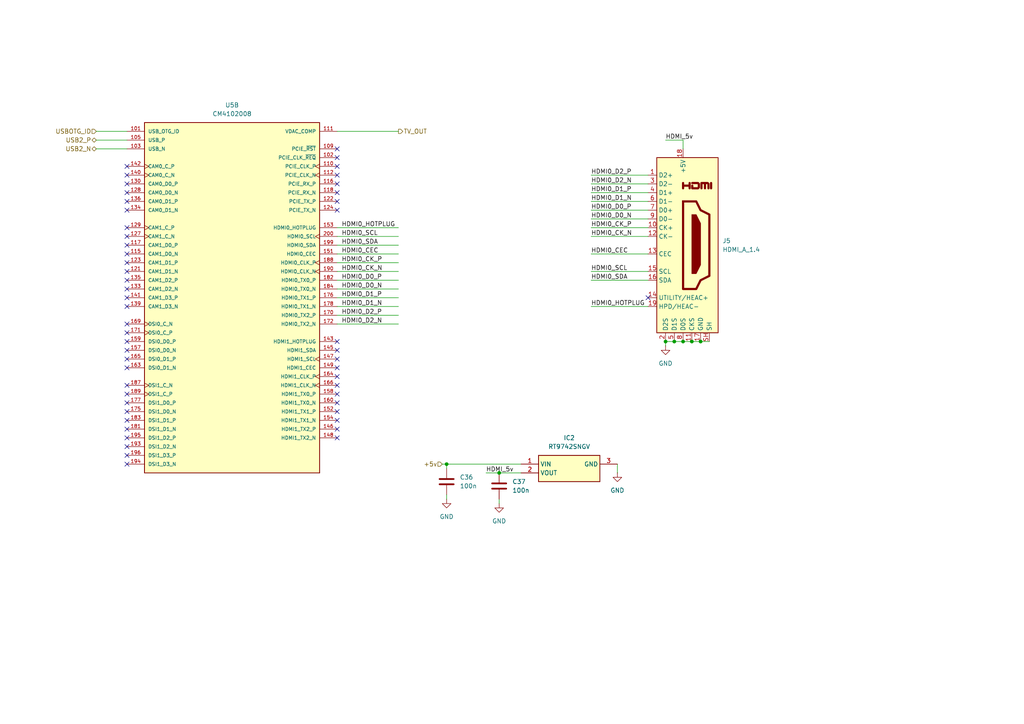
<source format=kicad_sch>
(kicad_sch
	(version 20231120)
	(generator "eeschema")
	(generator_version "8.0")
	(uuid "7e38d7e1-439e-4529-9b84-a4905ef3f31a")
	(paper "A4")
	(lib_symbols
		(symbol "CM4102008:CM4102008"
			(pin_names
				(offset 1.016)
			)
			(exclude_from_sim no)
			(in_bom yes)
			(on_board yes)
			(property "Reference" "U"
				(at -25.4 61.722 0)
				(effects
					(font
						(size 1.27 1.27)
					)
					(justify left bottom)
				)
			)
			(property "Value" "CM4102008"
				(at -25.4 -61.722 0)
				(effects
					(font
						(size 1.27 1.27)
					)
					(justify left top)
				)
			)
			(property "Footprint" "CM4102008:MODULE_CM4102008"
				(at 0 0 0)
				(effects
					(font
						(size 1.27 1.27)
					)
					(justify bottom)
					(hide yes)
				)
			)
			(property "Datasheet" ""
				(at 0 0 0)
				(effects
					(font
						(size 1.27 1.27)
					)
					(hide yes)
				)
			)
			(property "Description" ""
				(at 0 0 0)
				(effects
					(font
						(size 1.27 1.27)
					)
					(hide yes)
				)
			)
			(property "MF" "Raspberry Pi"
				(at 0 0 0)
				(effects
					(font
						(size 1.27 1.27)
					)
					(justify bottom)
					(hide yes)
				)
			)
			(property "MAXIMUM_PACKAGE_HEIGHT" "5.188 mm"
				(at 0 0 0)
				(effects
					(font
						(size 1.27 1.27)
					)
					(justify bottom)
					(hide yes)
				)
			)
			(property "Package" "None"
				(at 0 0 0)
				(effects
					(font
						(size 1.27 1.27)
					)
					(justify bottom)
					(hide yes)
				)
			)
			(property "Price" "None"
				(at 0 0 0)
				(effects
					(font
						(size 1.27 1.27)
					)
					(justify bottom)
					(hide yes)
				)
			)
			(property "Check_prices" "https://www.snapeda.com/parts/CM4102008/Raspberry+Pi/view-part/?ref=eda"
				(at 0 0 0)
				(effects
					(font
						(size 1.27 1.27)
					)
					(justify bottom)
					(hide yes)
				)
			)
			(property "STANDARD" "Manufacturer Recommendations"
				(at 0 0 0)
				(effects
					(font
						(size 1.27 1.27)
					)
					(justify bottom)
					(hide yes)
				)
			)
			(property "PARTREV" "2021-10-12"
				(at 0 0 0)
				(effects
					(font
						(size 1.27 1.27)
					)
					(justify bottom)
					(hide yes)
				)
			)
			(property "SnapEDA_Link" "https://www.snapeda.com/parts/CM4102008/Raspberry+Pi/view-part/?ref=snap"
				(at 0 0 0)
				(effects
					(font
						(size 1.27 1.27)
					)
					(justify bottom)
					(hide yes)
				)
			)
			(property "MP" "CM4102008"
				(at 0 0 0)
				(effects
					(font
						(size 1.27 1.27)
					)
					(justify bottom)
					(hide yes)
				)
			)
			(property "Purchase-URL" "https://www.snapeda.com/api/url_track_click_mouser/?unipart_id=7386978&manufacturer=Raspberry Pi&part_name=CM4102008&search_term=cm4102008"
				(at 0 0 0)
				(effects
					(font
						(size 1.27 1.27)
					)
					(justify bottom)
					(hide yes)
				)
			)
			(property "Description_1" "\nRaspberry Pi Compute Module 4 with WiFi 2GB RAM 8GB Flash | Raspberry Pi CM4102008\n"
				(at 0 0 0)
				(effects
					(font
						(size 1.27 1.27)
					)
					(justify bottom)
					(hide yes)
				)
			)
			(property "Availability" "In Stock"
				(at 0 0 0)
				(effects
					(font
						(size 1.27 1.27)
					)
					(justify bottom)
					(hide yes)
				)
			)
			(property "MANUFACTURER" "Raspberry Pi"
				(at 0 0 0)
				(effects
					(font
						(size 1.27 1.27)
					)
					(justify bottom)
					(hide yes)
				)
			)
			(symbol "CM4102008_1_0"
				(rectangle
					(start -25.4 -60.96)
					(end 25.4 60.96)
					(stroke
						(width 0.254)
						(type default)
					)
					(fill
						(type background)
					)
				)
				(pin power_in line
					(at 30.48 -58.42 180)
					(length 5.08)
					(name "GND"
						(effects
							(font
								(size 1.016 1.016)
							)
						)
					)
					(number "1"
						(effects
							(font
								(size 1.016 1.016)
							)
						)
					)
				)
				(pin bidirectional line
					(at -30.48 2.54 0)
					(length 5.08)
					(name "ETHERNET_PAIR0_N"
						(effects
							(font
								(size 1.016 1.016)
							)
						)
					)
					(number "10"
						(effects
							(font
								(size 1.016 1.016)
							)
						)
					)
				)
				(pin output line
					(at 30.48 45.72 180)
					(length 5.08)
					(name "~{EXTRST}"
						(effects
							(font
								(size 1.016 1.016)
							)
						)
					)
					(number "100"
						(effects
							(font
								(size 1.016 1.016)
							)
						)
					)
				)
				(pin no_connect line
					(at 30.48 -53.34 180)
					(length 5.08)
					(name "RESERVED"
						(effects
							(font
								(size 1.016 1.016)
							)
						)
					)
					(number "104"
						(effects
							(font
								(size 1.016 1.016)
							)
						)
					)
				)
				(pin no_connect line
					(at 30.48 -53.34 180)
					(length 5.08)
					(name "RESERVED"
						(effects
							(font
								(size 1.016 1.016)
							)
						)
					)
					(number "106"
						(effects
							(font
								(size 1.016 1.016)
							)
						)
					)
				)
				(pin power_in line
					(at 30.48 -58.42 180)
					(length 5.08)
					(name "GND"
						(effects
							(font
								(size 1.016 1.016)
							)
						)
					)
					(number "107"
						(effects
							(font
								(size 1.016 1.016)
							)
						)
					)
				)
				(pin power_in line
					(at 30.48 -58.42 180)
					(length 5.08)
					(name "GND"
						(effects
							(font
								(size 1.016 1.016)
							)
						)
					)
					(number "108"
						(effects
							(font
								(size 1.016 1.016)
							)
						)
					)
				)
				(pin bidirectional line
					(at -30.48 -5.08 0)
					(length 5.08)
					(name "ETHERNET_PAIR2_P"
						(effects
							(font
								(size 1.016 1.016)
							)
						)
					)
					(number "11"
						(effects
							(font
								(size 1.016 1.016)
							)
						)
					)
				)
				(pin power_in line
					(at 30.48 -58.42 180)
					(length 5.08)
					(name "GND"
						(effects
							(font
								(size 1.016 1.016)
							)
						)
					)
					(number "113"
						(effects
							(font
								(size 1.016 1.016)
							)
						)
					)
				)
				(pin power_in line
					(at 30.48 -58.42 180)
					(length 5.08)
					(name "GND"
						(effects
							(font
								(size 1.016 1.016)
							)
						)
					)
					(number "114"
						(effects
							(font
								(size 1.016 1.016)
							)
						)
					)
				)
				(pin power_in line
					(at 30.48 -58.42 180)
					(length 5.08)
					(name "GND"
						(effects
							(font
								(size 1.016 1.016)
							)
						)
					)
					(number "119"
						(effects
							(font
								(size 1.016 1.016)
							)
						)
					)
				)
				(pin bidirectional line
					(at -30.48 5.08 0)
					(length 5.08)
					(name "ETHERNET_PAIR0_P"
						(effects
							(font
								(size 1.016 1.016)
							)
						)
					)
					(number "12"
						(effects
							(font
								(size 1.016 1.016)
							)
						)
					)
				)
				(pin power_in line
					(at 30.48 -58.42 180)
					(length 5.08)
					(name "GND"
						(effects
							(font
								(size 1.016 1.016)
							)
						)
					)
					(number "120"
						(effects
							(font
								(size 1.016 1.016)
							)
						)
					)
				)
				(pin power_in line
					(at 30.48 -58.42 180)
					(length 5.08)
					(name "GND"
						(effects
							(font
								(size 1.016 1.016)
							)
						)
					)
					(number "125"
						(effects
							(font
								(size 1.016 1.016)
							)
						)
					)
				)
				(pin power_in line
					(at 30.48 -58.42 180)
					(length 5.08)
					(name "GND"
						(effects
							(font
								(size 1.016 1.016)
							)
						)
					)
					(number "126"
						(effects
							(font
								(size 1.016 1.016)
							)
						)
					)
				)
				(pin power_in line
					(at 30.48 -58.42 180)
					(length 5.08)
					(name "GND"
						(effects
							(font
								(size 1.016 1.016)
							)
						)
					)
					(number "13"
						(effects
							(font
								(size 1.016 1.016)
							)
						)
					)
				)
				(pin power_in line
					(at 30.48 -58.42 180)
					(length 5.08)
					(name "GND"
						(effects
							(font
								(size 1.016 1.016)
							)
						)
					)
					(number "131"
						(effects
							(font
								(size 1.016 1.016)
							)
						)
					)
				)
				(pin power_in line
					(at 30.48 -58.42 180)
					(length 5.08)
					(name "GND"
						(effects
							(font
								(size 1.016 1.016)
							)
						)
					)
					(number "132"
						(effects
							(font
								(size 1.016 1.016)
							)
						)
					)
				)
				(pin power_in line
					(at 30.48 -58.42 180)
					(length 5.08)
					(name "GND"
						(effects
							(font
								(size 1.016 1.016)
							)
						)
					)
					(number "137"
						(effects
							(font
								(size 1.016 1.016)
							)
						)
					)
				)
				(pin power_in line
					(at 30.48 -58.42 180)
					(length 5.08)
					(name "GND"
						(effects
							(font
								(size 1.016 1.016)
							)
						)
					)
					(number "138"
						(effects
							(font
								(size 1.016 1.016)
							)
						)
					)
				)
				(pin power_in line
					(at 30.48 -58.42 180)
					(length 5.08)
					(name "GND"
						(effects
							(font
								(size 1.016 1.016)
							)
						)
					)
					(number "14"
						(effects
							(font
								(size 1.016 1.016)
							)
						)
					)
				)
				(pin power_in line
					(at 30.48 -58.42 180)
					(length 5.08)
					(name "GND"
						(effects
							(font
								(size 1.016 1.016)
							)
						)
					)
					(number "144"
						(effects
							(font
								(size 1.016 1.016)
							)
						)
					)
				)
				(pin output line
					(at -30.48 7.62 0)
					(length 5.08)
					(name "ETHERNET_~{LED3}"
						(effects
							(font
								(size 1.016 1.016)
							)
						)
					)
					(number "15"
						(effects
							(font
								(size 1.016 1.016)
							)
						)
					)
				)
				(pin power_in line
					(at 30.48 -58.42 180)
					(length 5.08)
					(name "GND"
						(effects
							(font
								(size 1.016 1.016)
							)
						)
					)
					(number "150"
						(effects
							(font
								(size 1.016 1.016)
							)
						)
					)
				)
				(pin power_in line
					(at 30.48 -58.42 180)
					(length 5.08)
					(name "GND"
						(effects
							(font
								(size 1.016 1.016)
							)
						)
					)
					(number "155"
						(effects
							(font
								(size 1.016 1.016)
							)
						)
					)
				)
				(pin power_in line
					(at 30.48 -58.42 180)
					(length 5.08)
					(name "GND"
						(effects
							(font
								(size 1.016 1.016)
							)
						)
					)
					(number "156"
						(effects
							(font
								(size 1.016 1.016)
							)
						)
					)
				)
				(pin input line
					(at -30.48 17.78 0)
					(length 5.08)
					(name "ETHERNET_SYNC_IN"
						(effects
							(font
								(size 1.016 1.016)
							)
						)
					)
					(number "16"
						(effects
							(font
								(size 1.016 1.016)
							)
						)
					)
				)
				(pin power_in line
					(at 30.48 -58.42 180)
					(length 5.08)
					(name "GND"
						(effects
							(font
								(size 1.016 1.016)
							)
						)
					)
					(number "161"
						(effects
							(font
								(size 1.016 1.016)
							)
						)
					)
				)
				(pin power_in line
					(at 30.48 -58.42 180)
					(length 5.08)
					(name "GND"
						(effects
							(font
								(size 1.016 1.016)
							)
						)
					)
					(number "162"
						(effects
							(font
								(size 1.016 1.016)
							)
						)
					)
				)
				(pin power_in line
					(at 30.48 -58.42 180)
					(length 5.08)
					(name "GND"
						(effects
							(font
								(size 1.016 1.016)
							)
						)
					)
					(number "167"
						(effects
							(font
								(size 1.016 1.016)
							)
						)
					)
				)
				(pin power_in line
					(at 30.48 -58.42 180)
					(length 5.08)
					(name "GND"
						(effects
							(font
								(size 1.016 1.016)
							)
						)
					)
					(number "168"
						(effects
							(font
								(size 1.016 1.016)
							)
						)
					)
				)
				(pin output line
					(at -30.48 10.16 0)
					(length 5.08)
					(name "ETHERNET_~{LED2}"
						(effects
							(font
								(size 1.016 1.016)
							)
						)
					)
					(number "17"
						(effects
							(font
								(size 1.016 1.016)
							)
						)
					)
				)
				(pin power_in line
					(at 30.48 -58.42 180)
					(length 5.08)
					(name "GND"
						(effects
							(font
								(size 1.016 1.016)
							)
						)
					)
					(number "173"
						(effects
							(font
								(size 1.016 1.016)
							)
						)
					)
				)
				(pin power_in line
					(at 30.48 -58.42 180)
					(length 5.08)
					(name "GND"
						(effects
							(font
								(size 1.016 1.016)
							)
						)
					)
					(number "174"
						(effects
							(font
								(size 1.016 1.016)
							)
						)
					)
				)
				(pin power_in line
					(at 30.48 -58.42 180)
					(length 5.08)
					(name "GND"
						(effects
							(font
								(size 1.016 1.016)
							)
						)
					)
					(number "179"
						(effects
							(font
								(size 1.016 1.016)
							)
						)
					)
				)
				(pin output line
					(at -30.48 15.24 0)
					(length 5.08)
					(name "ETHERNET_SYNC_OUT"
						(effects
							(font
								(size 1.016 1.016)
							)
						)
					)
					(number "18"
						(effects
							(font
								(size 1.016 1.016)
							)
						)
					)
				)
				(pin power_in line
					(at 30.48 -58.42 180)
					(length 5.08)
					(name "GND"
						(effects
							(font
								(size 1.016 1.016)
							)
						)
					)
					(number "180"
						(effects
							(font
								(size 1.016 1.016)
							)
						)
					)
				)
				(pin power_in line
					(at 30.48 -58.42 180)
					(length 5.08)
					(name "GND"
						(effects
							(font
								(size 1.016 1.016)
							)
						)
					)
					(number "185"
						(effects
							(font
								(size 1.016 1.016)
							)
						)
					)
				)
				(pin power_in line
					(at 30.48 -58.42 180)
					(length 5.08)
					(name "GND"
						(effects
							(font
								(size 1.016 1.016)
							)
						)
					)
					(number "186"
						(effects
							(font
								(size 1.016 1.016)
							)
						)
					)
				)
				(pin output line
					(at -30.48 12.7 0)
					(length 5.08)
					(name "ETHERNET_~{LED1}"
						(effects
							(font
								(size 1.016 1.016)
							)
						)
					)
					(number "19"
						(effects
							(font
								(size 1.016 1.016)
							)
						)
					)
				)
				(pin power_in line
					(at 30.48 -58.42 180)
					(length 5.08)
					(name "GND"
						(effects
							(font
								(size 1.016 1.016)
							)
						)
					)
					(number "191"
						(effects
							(font
								(size 1.016 1.016)
							)
						)
					)
				)
				(pin power_in line
					(at 30.48 -58.42 180)
					(length 5.08)
					(name "GND"
						(effects
							(font
								(size 1.016 1.016)
							)
						)
					)
					(number "192"
						(effects
							(font
								(size 1.016 1.016)
							)
						)
					)
				)
				(pin power_in line
					(at 30.48 -58.42 180)
					(length 5.08)
					(name "GND"
						(effects
							(font
								(size 1.016 1.016)
							)
						)
					)
					(number "197"
						(effects
							(font
								(size 1.016 1.016)
							)
						)
					)
				)
				(pin power_in line
					(at 30.48 -58.42 180)
					(length 5.08)
					(name "GND"
						(effects
							(font
								(size 1.016 1.016)
							)
						)
					)
					(number "198"
						(effects
							(font
								(size 1.016 1.016)
							)
						)
					)
				)
				(pin power_in line
					(at 30.48 -58.42 180)
					(length 5.08)
					(name "GND"
						(effects
							(font
								(size 1.016 1.016)
							)
						)
					)
					(number "2"
						(effects
							(font
								(size 1.016 1.016)
							)
						)
					)
				)
				(pin bidirectional line
					(at 30.48 33.02 180)
					(length 5.08)
					(name "EEPROM_~{WP}"
						(effects
							(font
								(size 1.016 1.016)
							)
						)
					)
					(number "20"
						(effects
							(font
								(size 1.016 1.016)
							)
						)
					)
				)
				(pin bidirectional line
					(at 30.48 40.64 180)
					(length 5.08)
					(name "PI_~{LED}_ACTIVITY"
						(effects
							(font
								(size 1.016 1.016)
							)
						)
					)
					(number "21"
						(effects
							(font
								(size 1.016 1.016)
							)
						)
					)
				)
				(pin power_in line
					(at 30.48 -58.42 180)
					(length 5.08)
					(name "GND"
						(effects
							(font
								(size 1.016 1.016)
							)
						)
					)
					(number "22"
						(effects
							(font
								(size 1.016 1.016)
							)
						)
					)
				)
				(pin power_in line
					(at 30.48 -58.42 180)
					(length 5.08)
					(name "GND"
						(effects
							(font
								(size 1.016 1.016)
							)
						)
					)
					(number "23"
						(effects
							(font
								(size 1.016 1.016)
							)
						)
					)
				)
				(pin bidirectional line
					(at 30.48 -33.02 180)
					(length 5.08)
					(name "GPIO26"
						(effects
							(font
								(size 1.016 1.016)
							)
						)
					)
					(number "24"
						(effects
							(font
								(size 1.016 1.016)
							)
						)
					)
				)
				(pin bidirectional line
					(at 30.48 -20.32 180)
					(length 5.08)
					(name "GPIO21"
						(effects
							(font
								(size 1.016 1.016)
							)
						)
					)
					(number "25"
						(effects
							(font
								(size 1.016 1.016)
							)
						)
					)
				)
				(pin bidirectional line
					(at 30.48 -15.24 180)
					(length 5.08)
					(name "GPIO19"
						(effects
							(font
								(size 1.016 1.016)
							)
						)
					)
					(number "26"
						(effects
							(font
								(size 1.016 1.016)
							)
						)
					)
				)
				(pin bidirectional line
					(at 30.48 -17.78 180)
					(length 5.08)
					(name "GPIO20"
						(effects
							(font
								(size 1.016 1.016)
							)
						)
					)
					(number "27"
						(effects
							(font
								(size 1.016 1.016)
							)
						)
					)
				)
				(pin bidirectional line
					(at 30.48 0 180)
					(length 5.08)
					(name "GPIO13"
						(effects
							(font
								(size 1.016 1.016)
							)
						)
					)
					(number "28"
						(effects
							(font
								(size 1.016 1.016)
							)
						)
					)
				)
				(pin bidirectional line
					(at 30.48 -7.62 180)
					(length 5.08)
					(name "GPIO16"
						(effects
							(font
								(size 1.016 1.016)
							)
						)
					)
					(number "29"
						(effects
							(font
								(size 1.016 1.016)
							)
						)
					)
				)
				(pin bidirectional line
					(at -30.48 -10.16 0)
					(length 5.08)
					(name "ETHERNET_PAIR3_P"
						(effects
							(font
								(size 1.016 1.016)
							)
						)
					)
					(number "3"
						(effects
							(font
								(size 1.016 1.016)
							)
						)
					)
				)
				(pin bidirectional line
					(at 30.48 17.78 180)
					(length 5.08)
					(name "GPIO6"
						(effects
							(font
								(size 1.016 1.016)
							)
						)
					)
					(number "30"
						(effects
							(font
								(size 1.016 1.016)
							)
						)
					)
				)
				(pin bidirectional line
					(at 30.48 2.54 180)
					(length 5.08)
					(name "GPIO12"
						(effects
							(font
								(size 1.016 1.016)
							)
						)
					)
					(number "31"
						(effects
							(font
								(size 1.016 1.016)
							)
						)
					)
				)
				(pin power_in line
					(at 30.48 -58.42 180)
					(length 5.08)
					(name "GND"
						(effects
							(font
								(size 1.016 1.016)
							)
						)
					)
					(number "32"
						(effects
							(font
								(size 1.016 1.016)
							)
						)
					)
				)
				(pin power_in line
					(at 30.48 -58.42 180)
					(length 5.08)
					(name "GND"
						(effects
							(font
								(size 1.016 1.016)
							)
						)
					)
					(number "33"
						(effects
							(font
								(size 1.016 1.016)
							)
						)
					)
				)
				(pin bidirectional line
					(at 30.48 20.32 180)
					(length 5.08)
					(name "GPIO5"
						(effects
							(font
								(size 1.016 1.016)
							)
						)
					)
					(number "34"
						(effects
							(font
								(size 1.016 1.016)
							)
						)
					)
				)
				(pin bidirectional line
					(at 30.48 -40.64 180)
					(length 5.08)
					(name "ID_SC"
						(effects
							(font
								(size 1.016 1.016)
							)
						)
					)
					(number "35"
						(effects
							(font
								(size 1.016 1.016)
							)
						)
					)
				)
				(pin bidirectional line
					(at 30.48 -43.18 180)
					(length 5.08)
					(name "ID_SD"
						(effects
							(font
								(size 1.016 1.016)
							)
						)
					)
					(number "36"
						(effects
							(font
								(size 1.016 1.016)
							)
						)
					)
				)
				(pin bidirectional line
					(at 30.48 15.24 180)
					(length 5.08)
					(name "GPIO7"
						(effects
							(font
								(size 1.016 1.016)
							)
						)
					)
					(number "37"
						(effects
							(font
								(size 1.016 1.016)
							)
						)
					)
				)
				(pin bidirectional line
					(at 30.48 5.08 180)
					(length 5.08)
					(name "GPIO11"
						(effects
							(font
								(size 1.016 1.016)
							)
						)
					)
					(number "38"
						(effects
							(font
								(size 1.016 1.016)
							)
						)
					)
				)
				(pin bidirectional line
					(at 30.48 12.7 180)
					(length 5.08)
					(name "GPIO8"
						(effects
							(font
								(size 1.016 1.016)
							)
						)
					)
					(number "39"
						(effects
							(font
								(size 1.016 1.016)
							)
						)
					)
				)
				(pin bidirectional line
					(at -30.48 0 0)
					(length 5.08)
					(name "ETHERNET_PAIR1_P"
						(effects
							(font
								(size 1.016 1.016)
							)
						)
					)
					(number "4"
						(effects
							(font
								(size 1.016 1.016)
							)
						)
					)
				)
				(pin bidirectional line
					(at 30.48 10.16 180)
					(length 5.08)
					(name "GPIO9"
						(effects
							(font
								(size 1.016 1.016)
							)
						)
					)
					(number "40"
						(effects
							(font
								(size 1.016 1.016)
							)
						)
					)
				)
				(pin bidirectional line
					(at 30.48 -30.48 180)
					(length 5.08)
					(name "GPIO25"
						(effects
							(font
								(size 1.016 1.016)
							)
						)
					)
					(number "41"
						(effects
							(font
								(size 1.016 1.016)
							)
						)
					)
				)
				(pin power_in line
					(at 30.48 -58.42 180)
					(length 5.08)
					(name "GND"
						(effects
							(font
								(size 1.016 1.016)
							)
						)
					)
					(number "42"
						(effects
							(font
								(size 1.016 1.016)
							)
						)
					)
				)
				(pin power_in line
					(at 30.48 -58.42 180)
					(length 5.08)
					(name "GND"
						(effects
							(font
								(size 1.016 1.016)
							)
						)
					)
					(number "43"
						(effects
							(font
								(size 1.016 1.016)
							)
						)
					)
				)
				(pin bidirectional line
					(at 30.48 7.62 180)
					(length 5.08)
					(name "GPIO10"
						(effects
							(font
								(size 1.016 1.016)
							)
						)
					)
					(number "44"
						(effects
							(font
								(size 1.016 1.016)
							)
						)
					)
				)
				(pin bidirectional line
					(at 30.48 -27.94 180)
					(length 5.08)
					(name "GPIO24"
						(effects
							(font
								(size 1.016 1.016)
							)
						)
					)
					(number "45"
						(effects
							(font
								(size 1.016 1.016)
							)
						)
					)
				)
				(pin bidirectional line
					(at 30.48 -22.86 180)
					(length 5.08)
					(name "GPIO22"
						(effects
							(font
								(size 1.016 1.016)
							)
						)
					)
					(number "46"
						(effects
							(font
								(size 1.016 1.016)
							)
						)
					)
				)
				(pin bidirectional line
					(at 30.48 -25.4 180)
					(length 5.08)
					(name "GPIO23"
						(effects
							(font
								(size 1.016 1.016)
							)
						)
					)
					(number "47"
						(effects
							(font
								(size 1.016 1.016)
							)
						)
					)
				)
				(pin bidirectional line
					(at 30.48 -35.56 180)
					(length 5.08)
					(name "GPIO27"
						(effects
							(font
								(size 1.016 1.016)
							)
						)
					)
					(number "48"
						(effects
							(font
								(size 1.016 1.016)
							)
						)
					)
				)
				(pin bidirectional line
					(at 30.48 -12.7 180)
					(length 5.08)
					(name "GPIO18"
						(effects
							(font
								(size 1.016 1.016)
							)
						)
					)
					(number "49"
						(effects
							(font
								(size 1.016 1.016)
							)
						)
					)
				)
				(pin bidirectional line
					(at -30.48 -12.7 0)
					(length 5.08)
					(name "ETHERNET_PAIR3_N"
						(effects
							(font
								(size 1.016 1.016)
							)
						)
					)
					(number "5"
						(effects
							(font
								(size 1.016 1.016)
							)
						)
					)
				)
				(pin bidirectional line
					(at 30.48 -10.16 180)
					(length 5.08)
					(name "GPIO17"
						(effects
							(font
								(size 1.016 1.016)
							)
						)
					)
					(number "50"
						(effects
							(font
								(size 1.016 1.016)
							)
						)
					)
				)
				(pin bidirectional line
					(at 30.48 -5.08 180)
					(length 5.08)
					(name "GPIO15"
						(effects
							(font
								(size 1.016 1.016)
							)
						)
					)
					(number "51"
						(effects
							(font
								(size 1.016 1.016)
							)
						)
					)
				)
				(pin power_in line
					(at 30.48 -58.42 180)
					(length 5.08)
					(name "GND"
						(effects
							(font
								(size 1.016 1.016)
							)
						)
					)
					(number "52"
						(effects
							(font
								(size 1.016 1.016)
							)
						)
					)
				)
				(pin power_in line
					(at 30.48 -58.42 180)
					(length 5.08)
					(name "GND"
						(effects
							(font
								(size 1.016 1.016)
							)
						)
					)
					(number "53"
						(effects
							(font
								(size 1.016 1.016)
							)
						)
					)
				)
				(pin bidirectional line
					(at 30.48 22.86 180)
					(length 5.08)
					(name "GPIO4"
						(effects
							(font
								(size 1.016 1.016)
							)
						)
					)
					(number "54"
						(effects
							(font
								(size 1.016 1.016)
							)
						)
					)
				)
				(pin bidirectional line
					(at 30.48 -2.54 180)
					(length 5.08)
					(name "GPIO14"
						(effects
							(font
								(size 1.016 1.016)
							)
						)
					)
					(number "55"
						(effects
							(font
								(size 1.016 1.016)
							)
						)
					)
				)
				(pin bidirectional line
					(at 30.48 25.4 180)
					(length 5.08)
					(name "GPIO3"
						(effects
							(font
								(size 1.016 1.016)
							)
						)
					)
					(number "56"
						(effects
							(font
								(size 1.016 1.016)
							)
						)
					)
				)
				(pin bidirectional clock
					(at -30.48 -22.86 0)
					(length 5.08)
					(name "SD_CLK"
						(effects
							(font
								(size 1.016 1.016)
							)
						)
					)
					(number "57"
						(effects
							(font
								(size 1.016 1.016)
							)
						)
					)
				)
				(pin bidirectional line
					(at 30.48 27.94 180)
					(length 5.08)
					(name "GPIO2"
						(effects
							(font
								(size 1.016 1.016)
							)
						)
					)
					(number "58"
						(effects
							(font
								(size 1.016 1.016)
							)
						)
					)
				)
				(pin power_in line
					(at 30.48 -58.42 180)
					(length 5.08)
					(name "GND"
						(effects
							(font
								(size 1.016 1.016)
							)
						)
					)
					(number "59"
						(effects
							(font
								(size 1.016 1.016)
							)
						)
					)
				)
				(pin bidirectional line
					(at -30.48 -2.54 0)
					(length 5.08)
					(name "ETHERNET_PAIR1_N"
						(effects
							(font
								(size 1.016 1.016)
							)
						)
					)
					(number "6"
						(effects
							(font
								(size 1.016 1.016)
							)
						)
					)
				)
				(pin power_in line
					(at 30.48 -58.42 180)
					(length 5.08)
					(name "GND"
						(effects
							(font
								(size 1.016 1.016)
							)
						)
					)
					(number "60"
						(effects
							(font
								(size 1.016 1.016)
							)
						)
					)
				)
				(pin bidirectional line
					(at -30.48 -35.56 0)
					(length 5.08)
					(name "SD_DAT3"
						(effects
							(font
								(size 1.016 1.016)
							)
						)
					)
					(number "61"
						(effects
							(font
								(size 1.016 1.016)
							)
						)
					)
				)
				(pin input line
					(at -30.48 -25.4 0)
					(length 5.08)
					(name "SD_CMD"
						(effects
							(font
								(size 1.016 1.016)
							)
						)
					)
					(number "62"
						(effects
							(font
								(size 1.016 1.016)
							)
						)
					)
				)
				(pin bidirectional line
					(at -30.48 -27.94 0)
					(length 5.08)
					(name "SD_DAT0"
						(effects
							(font
								(size 1.016 1.016)
							)
						)
					)
					(number "63"
						(effects
							(font
								(size 1.016 1.016)
							)
						)
					)
				)
				(pin bidirectional line
					(at -30.48 -40.64 0)
					(length 5.08)
					(name "SD_DAT5"
						(effects
							(font
								(size 1.016 1.016)
							)
						)
					)
					(number "64"
						(effects
							(font
								(size 1.016 1.016)
							)
						)
					)
				)
				(pin power_in line
					(at 30.48 -58.42 180)
					(length 5.08)
					(name "GND"
						(effects
							(font
								(size 1.016 1.016)
							)
						)
					)
					(number "65"
						(effects
							(font
								(size 1.016 1.016)
							)
						)
					)
				)
				(pin power_in line
					(at 30.48 -58.42 180)
					(length 5.08)
					(name "GND"
						(effects
							(font
								(size 1.016 1.016)
							)
						)
					)
					(number "66"
						(effects
							(font
								(size 1.016 1.016)
							)
						)
					)
				)
				(pin bidirectional line
					(at -30.48 -30.48 0)
					(length 5.08)
					(name "SD_DAT1"
						(effects
							(font
								(size 1.016 1.016)
							)
						)
					)
					(number "67"
						(effects
							(font
								(size 1.016 1.016)
							)
						)
					)
				)
				(pin bidirectional line
					(at -30.48 -38.1 0)
					(length 5.08)
					(name "SD_DAT4"
						(effects
							(font
								(size 1.016 1.016)
							)
						)
					)
					(number "68"
						(effects
							(font
								(size 1.016 1.016)
							)
						)
					)
				)
				(pin bidirectional line
					(at -30.48 -33.02 0)
					(length 5.08)
					(name "SD_DAT2"
						(effects
							(font
								(size 1.016 1.016)
							)
						)
					)
					(number "69"
						(effects
							(font
								(size 1.016 1.016)
							)
						)
					)
				)
				(pin power_in line
					(at 30.48 -58.42 180)
					(length 5.08)
					(name "GND"
						(effects
							(font
								(size 1.016 1.016)
							)
						)
					)
					(number "7"
						(effects
							(font
								(size 1.016 1.016)
							)
						)
					)
				)
				(pin bidirectional line
					(at -30.48 -45.72 0)
					(length 5.08)
					(name "SD_DAT7"
						(effects
							(font
								(size 1.016 1.016)
							)
						)
					)
					(number "70"
						(effects
							(font
								(size 1.016 1.016)
							)
						)
					)
				)
				(pin power_in line
					(at 30.48 -58.42 180)
					(length 5.08)
					(name "GND"
						(effects
							(font
								(size 1.016 1.016)
							)
						)
					)
					(number "71"
						(effects
							(font
								(size 1.016 1.016)
							)
						)
					)
				)
				(pin bidirectional line
					(at -30.48 -43.18 0)
					(length 5.08)
					(name "SD_DAT6"
						(effects
							(font
								(size 1.016 1.016)
							)
						)
					)
					(number "72"
						(effects
							(font
								(size 1.016 1.016)
							)
						)
					)
				)
				(pin input line
					(at -30.48 -20.32 0)
					(length 5.08)
					(name "SD_VDD_OVERRIDE"
						(effects
							(font
								(size 1.016 1.016)
							)
						)
					)
					(number "73"
						(effects
							(font
								(size 1.016 1.016)
							)
						)
					)
				)
				(pin power_in line
					(at 30.48 -58.42 180)
					(length 5.08)
					(name "GND"
						(effects
							(font
								(size 1.016 1.016)
							)
						)
					)
					(number "74"
						(effects
							(font
								(size 1.016 1.016)
							)
						)
					)
				)
				(pin output line
					(at -30.48 -17.78 0)
					(length 5.08)
					(name "SD_PWR_ON"
						(effects
							(font
								(size 1.016 1.016)
							)
						)
					)
					(number "75"
						(effects
							(font
								(size 1.016 1.016)
							)
						)
					)
				)
				(pin no_connect line
					(at 30.48 -53.34 180)
					(length 5.08)
					(name "RESERVED"
						(effects
							(font
								(size 1.016 1.016)
							)
						)
					)
					(number "76"
						(effects
							(font
								(size 1.016 1.016)
							)
						)
					)
				)
				(pin power_in line
					(at 30.48 58.42 180)
					(length 5.08)
					(name "+5V(INPUT)"
						(effects
							(font
								(size 1.016 1.016)
							)
						)
					)
					(number "77"
						(effects
							(font
								(size 1.016 1.016)
							)
						)
					)
				)
				(pin power_in line
					(at 30.48 50.8 180)
					(length 5.08)
					(name "GPIO_VREF"
						(effects
							(font
								(size 1.016 1.016)
							)
						)
					)
					(number "78"
						(effects
							(font
								(size 1.016 1.016)
							)
						)
					)
				)
				(pin power_in line
					(at 30.48 58.42 180)
					(length 5.08)
					(name "+5V(INPUT)"
						(effects
							(font
								(size 1.016 1.016)
							)
						)
					)
					(number "79"
						(effects
							(font
								(size 1.016 1.016)
							)
						)
					)
				)
				(pin power_in line
					(at 30.48 -58.42 180)
					(length 5.08)
					(name "GND"
						(effects
							(font
								(size 1.016 1.016)
							)
						)
					)
					(number "8"
						(effects
							(font
								(size 1.016 1.016)
							)
						)
					)
				)
				(pin input clock
					(at -30.48 -50.8 0)
					(length 5.08)
					(name "SCL0"
						(effects
							(font
								(size 1.016 1.016)
							)
						)
					)
					(number "80"
						(effects
							(font
								(size 1.016 1.016)
							)
						)
					)
				)
				(pin power_in line
					(at 30.48 58.42 180)
					(length 5.08)
					(name "+5V(INPUT)"
						(effects
							(font
								(size 1.016 1.016)
							)
						)
					)
					(number "81"
						(effects
							(font
								(size 1.016 1.016)
							)
						)
					)
				)
				(pin bidirectional line
					(at -30.48 -53.34 0)
					(length 5.08)
					(name "SDA0"
						(effects
							(font
								(size 1.016 1.016)
							)
						)
					)
					(number "82"
						(effects
							(font
								(size 1.016 1.016)
							)
						)
					)
				)
				(pin power_in line
					(at 30.48 58.42 180)
					(length 5.08)
					(name "+5V(INPUT)"
						(effects
							(font
								(size 1.016 1.016)
							)
						)
					)
					(number "83"
						(effects
							(font
								(size 1.016 1.016)
							)
						)
					)
				)
				(pin power_in line
					(at 30.48 55.88 180)
					(length 5.08)
					(name "CM4_3.3V(OUTPUT)"
						(effects
							(font
								(size 1.016 1.016)
							)
						)
					)
					(number "84"
						(effects
							(font
								(size 1.016 1.016)
							)
						)
					)
				)
				(pin power_in line
					(at 30.48 58.42 180)
					(length 5.08)
					(name "+5V(INPUT)"
						(effects
							(font
								(size 1.016 1.016)
							)
						)
					)
					(number "85"
						(effects
							(font
								(size 1.016 1.016)
							)
						)
					)
				)
				(pin power_in line
					(at 30.48 55.88 180)
					(length 5.08)
					(name "CM4_3.3V(OUTPUT)"
						(effects
							(font
								(size 1.016 1.016)
							)
						)
					)
					(number "86"
						(effects
							(font
								(size 1.016 1.016)
							)
						)
					)
				)
				(pin power_in line
					(at 30.48 58.42 180)
					(length 5.08)
					(name "+5V(INPUT)"
						(effects
							(font
								(size 1.016 1.016)
							)
						)
					)
					(number "87"
						(effects
							(font
								(size 1.016 1.016)
							)
						)
					)
				)
				(pin power_in line
					(at 30.48 53.34 180)
					(length 5.08)
					(name "CM4_1.8V(OUTPUT)"
						(effects
							(font
								(size 1.016 1.016)
							)
						)
					)
					(number "88"
						(effects
							(font
								(size 1.016 1.016)
							)
						)
					)
				)
				(pin input line
					(at -30.48 33.02 0)
					(length 5.08)
					(name "WL_~{DISABLE}"
						(effects
							(font
								(size 1.016 1.016)
							)
						)
					)
					(number "89"
						(effects
							(font
								(size 1.016 1.016)
							)
						)
					)
				)
				(pin bidirectional line
					(at -30.48 -7.62 0)
					(length 5.08)
					(name "ETHERNET_PAIR2_N"
						(effects
							(font
								(size 1.016 1.016)
							)
						)
					)
					(number "9"
						(effects
							(font
								(size 1.016 1.016)
							)
						)
					)
				)
				(pin power_in line
					(at 30.48 53.34 180)
					(length 5.08)
					(name "CM4_1.8V(OUTPUT)"
						(effects
							(font
								(size 1.016 1.016)
							)
						)
					)
					(number "90"
						(effects
							(font
								(size 1.016 1.016)
							)
						)
					)
				)
				(pin input line
					(at -30.48 30.48 0)
					(length 5.08)
					(name "BT_~{DISABLE}"
						(effects
							(font
								(size 1.016 1.016)
							)
						)
					)
					(number "91"
						(effects
							(font
								(size 1.016 1.016)
							)
						)
					)
				)
				(pin bidirectional line
					(at -30.48 22.86 0)
					(length 5.08)
					(name "RUN_PG"
						(effects
							(font
								(size 1.016 1.016)
							)
						)
					)
					(number "92"
						(effects
							(font
								(size 1.016 1.016)
							)
						)
					)
				)
				(pin input line
					(at -30.48 35.56 0)
					(length 5.08)
					(name "~{RPIBOOT}"
						(effects
							(font
								(size 1.016 1.016)
							)
						)
					)
					(number "93"
						(effects
							(font
								(size 1.016 1.016)
							)
						)
					)
				)
				(pin input line
					(at -30.48 43.18 0)
					(length 5.08)
					(name "ANALOGIP1"
						(effects
							(font
								(size 1.016 1.016)
							)
						)
					)
					(number "94"
						(effects
							(font
								(size 1.016 1.016)
							)
						)
					)
				)
				(pin output line
					(at 30.48 38.1 180)
					(length 5.08)
					(name "PI_LED_~{PWR}"
						(effects
							(font
								(size 1.016 1.016)
							)
						)
					)
					(number "95"
						(effects
							(font
								(size 1.016 1.016)
							)
						)
					)
				)
				(pin input line
					(at -30.48 45.72 0)
					(length 5.08)
					(name "ANALOGIP0"
						(effects
							(font
								(size 1.016 1.016)
							)
						)
					)
					(number "96"
						(effects
							(font
								(size 1.016 1.016)
							)
						)
					)
				)
				(pin bidirectional line
					(at -30.48 25.4 0)
					(length 5.08)
					(name "CAMERA_GPIO"
						(effects
							(font
								(size 1.016 1.016)
							)
						)
					)
					(number "97"
						(effects
							(font
								(size 1.016 1.016)
							)
						)
					)
				)
				(pin power_in line
					(at 30.48 -58.42 180)
					(length 5.08)
					(name "GND"
						(effects
							(font
								(size 1.016 1.016)
							)
						)
					)
					(number "98"
						(effects
							(font
								(size 1.016 1.016)
							)
						)
					)
				)
				(pin input line
					(at -30.48 38.1 0)
					(length 5.08)
					(name "GLOBAL_EN"
						(effects
							(font
								(size 1.016 1.016)
							)
						)
					)
					(number "99"
						(effects
							(font
								(size 1.016 1.016)
							)
						)
					)
				)
				(pin passive line
					(at -30.48 -58.42 0)
					(length 5.08)
					(name "MOUNTING_PADS"
						(effects
							(font
								(size 1.016 1.016)
							)
						)
					)
					(number "SH1"
						(effects
							(font
								(size 1.016 1.016)
							)
						)
					)
				)
				(pin passive line
					(at -30.48 -58.42 0)
					(length 5.08)
					(name "MOUNTING_PADS"
						(effects
							(font
								(size 1.016 1.016)
							)
						)
					)
					(number "SH2"
						(effects
							(font
								(size 1.016 1.016)
							)
						)
					)
				)
				(pin passive line
					(at -30.48 -58.42 0)
					(length 5.08)
					(name "MOUNTING_PADS"
						(effects
							(font
								(size 1.016 1.016)
							)
						)
					)
					(number "SH3"
						(effects
							(font
								(size 1.016 1.016)
							)
						)
					)
				)
				(pin passive line
					(at -30.48 -58.42 0)
					(length 5.08)
					(name "MOUNTING_PADS"
						(effects
							(font
								(size 1.016 1.016)
							)
						)
					)
					(number "SH4"
						(effects
							(font
								(size 1.016 1.016)
							)
						)
					)
				)
			)
			(symbol "CM4102008_2_0"
				(rectangle
					(start -25.4 -50.8)
					(end 25.4 50.8)
					(stroke
						(width 0.254)
						(type default)
					)
					(fill
						(type background)
					)
				)
				(pin input line
					(at -30.48 48.26 0)
					(length 5.08)
					(name "USB_OTG_ID"
						(effects
							(font
								(size 1.016 1.016)
							)
						)
					)
					(number "101"
						(effects
							(font
								(size 1.016 1.016)
							)
						)
					)
				)
				(pin input line
					(at 30.48 40.64 180)
					(length 5.08)
					(name "PCIE_CLK_~{REQ}"
						(effects
							(font
								(size 1.016 1.016)
							)
						)
					)
					(number "102"
						(effects
							(font
								(size 1.016 1.016)
							)
						)
					)
				)
				(pin bidirectional line
					(at -30.48 43.18 0)
					(length 5.08)
					(name "USB_N"
						(effects
							(font
								(size 1.016 1.016)
							)
						)
					)
					(number "103"
						(effects
							(font
								(size 1.016 1.016)
							)
						)
					)
				)
				(pin bidirectional line
					(at -30.48 45.72 0)
					(length 5.08)
					(name "USB_P"
						(effects
							(font
								(size 1.016 1.016)
							)
						)
					)
					(number "105"
						(effects
							(font
								(size 1.016 1.016)
							)
						)
					)
				)
				(pin output line
					(at 30.48 43.18 180)
					(length 5.08)
					(name "PCIE_~{RST}"
						(effects
							(font
								(size 1.016 1.016)
							)
						)
					)
					(number "109"
						(effects
							(font
								(size 1.016 1.016)
							)
						)
					)
				)
				(pin output clock
					(at 30.48 38.1 180)
					(length 5.08)
					(name "PCIE_CLK_P"
						(effects
							(font
								(size 1.016 1.016)
							)
						)
					)
					(number "110"
						(effects
							(font
								(size 1.016 1.016)
							)
						)
					)
				)
				(pin output line
					(at 30.48 48.26 180)
					(length 5.08)
					(name "VDAC_COMP"
						(effects
							(font
								(size 1.016 1.016)
							)
						)
					)
					(number "111"
						(effects
							(font
								(size 1.016 1.016)
							)
						)
					)
				)
				(pin output clock
					(at 30.48 35.56 180)
					(length 5.08)
					(name "PCIE_CLK_N"
						(effects
							(font
								(size 1.016 1.016)
							)
						)
					)
					(number "112"
						(effects
							(font
								(size 1.016 1.016)
							)
						)
					)
				)
				(pin input line
					(at -30.48 12.7 0)
					(length 5.08)
					(name "CAM1_D0_N"
						(effects
							(font
								(size 1.016 1.016)
							)
						)
					)
					(number "115"
						(effects
							(font
								(size 1.016 1.016)
							)
						)
					)
				)
				(pin input line
					(at 30.48 33.02 180)
					(length 5.08)
					(name "PCIE_RX_P"
						(effects
							(font
								(size 1.016 1.016)
							)
						)
					)
					(number "116"
						(effects
							(font
								(size 1.016 1.016)
							)
						)
					)
				)
				(pin input line
					(at -30.48 15.24 0)
					(length 5.08)
					(name "CAM1_D0_P"
						(effects
							(font
								(size 1.016 1.016)
							)
						)
					)
					(number "117"
						(effects
							(font
								(size 1.016 1.016)
							)
						)
					)
				)
				(pin input line
					(at 30.48 30.48 180)
					(length 5.08)
					(name "PCIE_RX_N"
						(effects
							(font
								(size 1.016 1.016)
							)
						)
					)
					(number "118"
						(effects
							(font
								(size 1.016 1.016)
							)
						)
					)
				)
				(pin input line
					(at -30.48 7.62 0)
					(length 5.08)
					(name "CAM1_D1_N"
						(effects
							(font
								(size 1.016 1.016)
							)
						)
					)
					(number "121"
						(effects
							(font
								(size 1.016 1.016)
							)
						)
					)
				)
				(pin output line
					(at 30.48 27.94 180)
					(length 5.08)
					(name "PCIE_TX_P"
						(effects
							(font
								(size 1.016 1.016)
							)
						)
					)
					(number "122"
						(effects
							(font
								(size 1.016 1.016)
							)
						)
					)
				)
				(pin input line
					(at -30.48 10.16 0)
					(length 5.08)
					(name "CAM1_D1_P"
						(effects
							(font
								(size 1.016 1.016)
							)
						)
					)
					(number "123"
						(effects
							(font
								(size 1.016 1.016)
							)
						)
					)
				)
				(pin output line
					(at 30.48 25.4 180)
					(length 5.08)
					(name "PCIE_TX_N"
						(effects
							(font
								(size 1.016 1.016)
							)
						)
					)
					(number "124"
						(effects
							(font
								(size 1.016 1.016)
							)
						)
					)
				)
				(pin input clock
					(at -30.48 17.78 0)
					(length 5.08)
					(name "CAM1_C_N"
						(effects
							(font
								(size 1.016 1.016)
							)
						)
					)
					(number "127"
						(effects
							(font
								(size 1.016 1.016)
							)
						)
					)
				)
				(pin input line
					(at -30.48 30.48 0)
					(length 5.08)
					(name "CAM0_D0_N"
						(effects
							(font
								(size 1.016 1.016)
							)
						)
					)
					(number "128"
						(effects
							(font
								(size 1.016 1.016)
							)
						)
					)
				)
				(pin input clock
					(at -30.48 20.32 0)
					(length 5.08)
					(name "CAM1_C_P"
						(effects
							(font
								(size 1.016 1.016)
							)
						)
					)
					(number "129"
						(effects
							(font
								(size 1.016 1.016)
							)
						)
					)
				)
				(pin input line
					(at -30.48 33.02 0)
					(length 5.08)
					(name "CAM0_D0_P"
						(effects
							(font
								(size 1.016 1.016)
							)
						)
					)
					(number "130"
						(effects
							(font
								(size 1.016 1.016)
							)
						)
					)
				)
				(pin input line
					(at -30.48 2.54 0)
					(length 5.08)
					(name "CAM1_D2_N"
						(effects
							(font
								(size 1.016 1.016)
							)
						)
					)
					(number "133"
						(effects
							(font
								(size 1.016 1.016)
							)
						)
					)
				)
				(pin input line
					(at -30.48 25.4 0)
					(length 5.08)
					(name "CAM0_D1_N"
						(effects
							(font
								(size 1.016 1.016)
							)
						)
					)
					(number "134"
						(effects
							(font
								(size 1.016 1.016)
							)
						)
					)
				)
				(pin input line
					(at -30.48 5.08 0)
					(length 5.08)
					(name "CAM1_D2_P"
						(effects
							(font
								(size 1.016 1.016)
							)
						)
					)
					(number "135"
						(effects
							(font
								(size 1.016 1.016)
							)
						)
					)
				)
				(pin input line
					(at -30.48 27.94 0)
					(length 5.08)
					(name "CAM0_D1_P"
						(effects
							(font
								(size 1.016 1.016)
							)
						)
					)
					(number "136"
						(effects
							(font
								(size 1.016 1.016)
							)
						)
					)
				)
				(pin input line
					(at -30.48 -2.54 0)
					(length 5.08)
					(name "CAM1_D3_N"
						(effects
							(font
								(size 1.016 1.016)
							)
						)
					)
					(number "139"
						(effects
							(font
								(size 1.016 1.016)
							)
						)
					)
				)
				(pin input clock
					(at -30.48 35.56 0)
					(length 5.08)
					(name "CAM0_C_N"
						(effects
							(font
								(size 1.016 1.016)
							)
						)
					)
					(number "140"
						(effects
							(font
								(size 1.016 1.016)
							)
						)
					)
				)
				(pin input line
					(at -30.48 0 0)
					(length 5.08)
					(name "CAM1_D3_P"
						(effects
							(font
								(size 1.016 1.016)
							)
						)
					)
					(number "141"
						(effects
							(font
								(size 1.016 1.016)
							)
						)
					)
				)
				(pin input clock
					(at -30.48 38.1 0)
					(length 5.08)
					(name "CAM0_C_P"
						(effects
							(font
								(size 1.016 1.016)
							)
						)
					)
					(number "142"
						(effects
							(font
								(size 1.016 1.016)
							)
						)
					)
				)
				(pin input line
					(at 30.48 -12.7 180)
					(length 5.08)
					(name "HDMI1_HOTPLUG"
						(effects
							(font
								(size 1.016 1.016)
							)
						)
					)
					(number "143"
						(effects
							(font
								(size 1.016 1.016)
							)
						)
					)
				)
				(pin bidirectional line
					(at 30.48 -15.24 180)
					(length 5.08)
					(name "HDMI1_SDA"
						(effects
							(font
								(size 1.016 1.016)
							)
						)
					)
					(number "145"
						(effects
							(font
								(size 1.016 1.016)
							)
						)
					)
				)
				(pin output line
					(at 30.48 -38.1 180)
					(length 5.08)
					(name "HDMI1_TX2_P"
						(effects
							(font
								(size 1.016 1.016)
							)
						)
					)
					(number "146"
						(effects
							(font
								(size 1.016 1.016)
							)
						)
					)
				)
				(pin bidirectional clock
					(at 30.48 -17.78 180)
					(length 5.08)
					(name "HDMI1_SCL"
						(effects
							(font
								(size 1.016 1.016)
							)
						)
					)
					(number "147"
						(effects
							(font
								(size 1.016 1.016)
							)
						)
					)
				)
				(pin output line
					(at 30.48 -40.64 180)
					(length 5.08)
					(name "HDMI1_TX2_N"
						(effects
							(font
								(size 1.016 1.016)
							)
						)
					)
					(number "148"
						(effects
							(font
								(size 1.016 1.016)
							)
						)
					)
				)
				(pin input line
					(at 30.48 -20.32 180)
					(length 5.08)
					(name "HDMI1_CEC"
						(effects
							(font
								(size 1.016 1.016)
							)
						)
					)
					(number "149"
						(effects
							(font
								(size 1.016 1.016)
							)
						)
					)
				)
				(pin input line
					(at 30.48 12.7 180)
					(length 5.08)
					(name "HDMI0_CEC"
						(effects
							(font
								(size 1.016 1.016)
							)
						)
					)
					(number "151"
						(effects
							(font
								(size 1.016 1.016)
							)
						)
					)
				)
				(pin output line
					(at 30.48 -33.02 180)
					(length 5.08)
					(name "HDMI1_TX1_P"
						(effects
							(font
								(size 1.016 1.016)
							)
						)
					)
					(number "152"
						(effects
							(font
								(size 1.016 1.016)
							)
						)
					)
				)
				(pin input line
					(at 30.48 20.32 180)
					(length 5.08)
					(name "HDMI0_HOTPLUG"
						(effects
							(font
								(size 1.016 1.016)
							)
						)
					)
					(number "153"
						(effects
							(font
								(size 1.016 1.016)
							)
						)
					)
				)
				(pin output line
					(at 30.48 -35.56 180)
					(length 5.08)
					(name "HDMI1_TX1_N"
						(effects
							(font
								(size 1.016 1.016)
							)
						)
					)
					(number "154"
						(effects
							(font
								(size 1.016 1.016)
							)
						)
					)
				)
				(pin output line
					(at -30.48 -15.24 0)
					(length 5.08)
					(name "DSI0_D0_N"
						(effects
							(font
								(size 1.016 1.016)
							)
						)
					)
					(number "157"
						(effects
							(font
								(size 1.016 1.016)
							)
						)
					)
				)
				(pin output line
					(at 30.48 -27.94 180)
					(length 5.08)
					(name "HDMI1_TX0_P"
						(effects
							(font
								(size 1.016 1.016)
							)
						)
					)
					(number "158"
						(effects
							(font
								(size 1.016 1.016)
							)
						)
					)
				)
				(pin output line
					(at -30.48 -12.7 0)
					(length 5.08)
					(name "DSI0_D0_P"
						(effects
							(font
								(size 1.016 1.016)
							)
						)
					)
					(number "159"
						(effects
							(font
								(size 1.016 1.016)
							)
						)
					)
				)
				(pin output line
					(at 30.48 -30.48 180)
					(length 5.08)
					(name "HDMI1_TX0_N"
						(effects
							(font
								(size 1.016 1.016)
							)
						)
					)
					(number "160"
						(effects
							(font
								(size 1.016 1.016)
							)
						)
					)
				)
				(pin output line
					(at -30.48 -20.32 0)
					(length 5.08)
					(name "DSI0_D1_N"
						(effects
							(font
								(size 1.016 1.016)
							)
						)
					)
					(number "163"
						(effects
							(font
								(size 1.016 1.016)
							)
						)
					)
				)
				(pin output clock
					(at 30.48 -22.86 180)
					(length 5.08)
					(name "HDMI1_CLK_P"
						(effects
							(font
								(size 1.016 1.016)
							)
						)
					)
					(number "164"
						(effects
							(font
								(size 1.016 1.016)
							)
						)
					)
				)
				(pin output line
					(at -30.48 -17.78 0)
					(length 5.08)
					(name "DSI0_D1_P"
						(effects
							(font
								(size 1.016 1.016)
							)
						)
					)
					(number "165"
						(effects
							(font
								(size 1.016 1.016)
							)
						)
					)
				)
				(pin output clock
					(at 30.48 -25.4 180)
					(length 5.08)
					(name "HDMI1_CLK_N"
						(effects
							(font
								(size 1.016 1.016)
							)
						)
					)
					(number "166"
						(effects
							(font
								(size 1.016 1.016)
							)
						)
					)
				)
				(pin output clock
					(at -30.48 -7.62 0)
					(length 5.08)
					(name "DSI0_C_N"
						(effects
							(font
								(size 1.016 1.016)
							)
						)
					)
					(number "169"
						(effects
							(font
								(size 1.016 1.016)
							)
						)
					)
				)
				(pin output line
					(at 30.48 -5.08 180)
					(length 5.08)
					(name "HDMI0_TX2_P"
						(effects
							(font
								(size 1.016 1.016)
							)
						)
					)
					(number "170"
						(effects
							(font
								(size 1.016 1.016)
							)
						)
					)
				)
				(pin output clock
					(at -30.48 -10.16 0)
					(length 5.08)
					(name "DSI0_C_P"
						(effects
							(font
								(size 1.016 1.016)
							)
						)
					)
					(number "171"
						(effects
							(font
								(size 1.016 1.016)
							)
						)
					)
				)
				(pin output line
					(at 30.48 -7.62 180)
					(length 5.08)
					(name "HDMI0_TX2_N"
						(effects
							(font
								(size 1.016 1.016)
							)
						)
					)
					(number "172"
						(effects
							(font
								(size 1.016 1.016)
							)
						)
					)
				)
				(pin output line
					(at -30.48 -33.02 0)
					(length 5.08)
					(name "DSI1_D0_N"
						(effects
							(font
								(size 1.016 1.016)
							)
						)
					)
					(number "175"
						(effects
							(font
								(size 1.016 1.016)
							)
						)
					)
				)
				(pin output line
					(at 30.48 0 180)
					(length 5.08)
					(name "HDMI0_TX1_P"
						(effects
							(font
								(size 1.016 1.016)
							)
						)
					)
					(number "176"
						(effects
							(font
								(size 1.016 1.016)
							)
						)
					)
				)
				(pin output line
					(at -30.48 -30.48 0)
					(length 5.08)
					(name "DSI1_D0_P"
						(effects
							(font
								(size 1.016 1.016)
							)
						)
					)
					(number "177"
						(effects
							(font
								(size 1.016 1.016)
							)
						)
					)
				)
				(pin output line
					(at 30.48 -2.54 180)
					(length 5.08)
					(name "HDMI0_TX1_N"
						(effects
							(font
								(size 1.016 1.016)
							)
						)
					)
					(number "178"
						(effects
							(font
								(size 1.016 1.016)
							)
						)
					)
				)
				(pin output line
					(at -30.48 -38.1 0)
					(length 5.08)
					(name "DSI1_D1_N"
						(effects
							(font
								(size 1.016 1.016)
							)
						)
					)
					(number "181"
						(effects
							(font
								(size 1.016 1.016)
							)
						)
					)
				)
				(pin output line
					(at 30.48 5.08 180)
					(length 5.08)
					(name "HDMI0_TX0_P"
						(effects
							(font
								(size 1.016 1.016)
							)
						)
					)
					(number "182"
						(effects
							(font
								(size 1.016 1.016)
							)
						)
					)
				)
				(pin output line
					(at -30.48 -35.56 0)
					(length 5.08)
					(name "DSI1_D1_P"
						(effects
							(font
								(size 1.016 1.016)
							)
						)
					)
					(number "183"
						(effects
							(font
								(size 1.016 1.016)
							)
						)
					)
				)
				(pin output line
					(at 30.48 2.54 180)
					(length 5.08)
					(name "HDMI0_TX0_N"
						(effects
							(font
								(size 1.016 1.016)
							)
						)
					)
					(number "184"
						(effects
							(font
								(size 1.016 1.016)
							)
						)
					)
				)
				(pin output clock
					(at -30.48 -25.4 0)
					(length 5.08)
					(name "DSI1_C_N"
						(effects
							(font
								(size 1.016 1.016)
							)
						)
					)
					(number "187"
						(effects
							(font
								(size 1.016 1.016)
							)
						)
					)
				)
				(pin output clock
					(at 30.48 10.16 180)
					(length 5.08)
					(name "HDMI0_CLK_P"
						(effects
							(font
								(size 1.016 1.016)
							)
						)
					)
					(number "188"
						(effects
							(font
								(size 1.016 1.016)
							)
						)
					)
				)
				(pin output clock
					(at -30.48 -27.94 0)
					(length 5.08)
					(name "DSI1_C_P"
						(effects
							(font
								(size 1.016 1.016)
							)
						)
					)
					(number "189"
						(effects
							(font
								(size 1.016 1.016)
							)
						)
					)
				)
				(pin output clock
					(at 30.48 7.62 180)
					(length 5.08)
					(name "HDMI0_CLK_N"
						(effects
							(font
								(size 1.016 1.016)
							)
						)
					)
					(number "190"
						(effects
							(font
								(size 1.016 1.016)
							)
						)
					)
				)
				(pin output line
					(at -30.48 -43.18 0)
					(length 5.08)
					(name "DSI1_D2_N"
						(effects
							(font
								(size 1.016 1.016)
							)
						)
					)
					(number "193"
						(effects
							(font
								(size 1.016 1.016)
							)
						)
					)
				)
				(pin output line
					(at -30.48 -48.26 0)
					(length 5.08)
					(name "DSI1_D3_N"
						(effects
							(font
								(size 1.016 1.016)
							)
						)
					)
					(number "194"
						(effects
							(font
								(size 1.016 1.016)
							)
						)
					)
				)
				(pin output line
					(at -30.48 -40.64 0)
					(length 5.08)
					(name "DSI1_D2_P"
						(effects
							(font
								(size 1.016 1.016)
							)
						)
					)
					(number "195"
						(effects
							(font
								(size 1.016 1.016)
							)
						)
					)
				)
				(pin output line
					(at -30.48 -45.72 0)
					(length 5.08)
					(name "DSI1_D3_P"
						(effects
							(font
								(size 1.016 1.016)
							)
						)
					)
					(number "196"
						(effects
							(font
								(size 1.016 1.016)
							)
						)
					)
				)
				(pin bidirectional line
					(at 30.48 15.24 180)
					(length 5.08)
					(name "HDMI0_SDA"
						(effects
							(font
								(size 1.016 1.016)
							)
						)
					)
					(number "199"
						(effects
							(font
								(size 1.016 1.016)
							)
						)
					)
				)
				(pin bidirectional clock
					(at 30.48 17.78 180)
					(length 5.08)
					(name "HDMI0_SCL"
						(effects
							(font
								(size 1.016 1.016)
							)
						)
					)
					(number "200"
						(effects
							(font
								(size 1.016 1.016)
							)
						)
					)
				)
			)
		)
		(symbol "Connector:HDMI_A_1.4"
			(exclude_from_sim no)
			(in_bom yes)
			(on_board yes)
			(property "Reference" "J"
				(at -6.35 26.67 0)
				(effects
					(font
						(size 1.27 1.27)
					)
				)
			)
			(property "Value" "HDMI_A_1.4"
				(at 10.16 26.67 0)
				(effects
					(font
						(size 1.27 1.27)
					)
				)
			)
			(property "Footprint" ""
				(at 0.635 0 0)
				(effects
					(font
						(size 1.27 1.27)
					)
					(hide yes)
				)
			)
			(property "Datasheet" "https://en.wikipedia.org/wiki/HDMI"
				(at 0.635 0 0)
				(effects
					(font
						(size 1.27 1.27)
					)
					(hide yes)
				)
			)
			(property "Description" "HDMI 1.4+ type A connector"
				(at 0 0 0)
				(effects
					(font
						(size 1.27 1.27)
					)
					(hide yes)
				)
			)
			(property "ki_keywords" "hdmi conn"
				(at 0 0 0)
				(effects
					(font
						(size 1.27 1.27)
					)
					(hide yes)
				)
			)
			(property "ki_fp_filters" "HDMI*A*"
				(at 0 0 0)
				(effects
					(font
						(size 1.27 1.27)
					)
					(hide yes)
				)
			)
			(symbol "HDMI_A_1.4_0_0"
				(polyline
					(pts
						(xy 8.128 16.51) (xy 8.128 18.034)
					)
					(stroke
						(width 0.635)
						(type default)
					)
					(fill
						(type none)
					)
				)
				(polyline
					(pts
						(xy 0 16.51) (xy 0 18.034) (xy 0 17.272) (xy 1.905 17.272) (xy 1.905 18.034) (xy 1.905 16.51)
					)
					(stroke
						(width 0.635)
						(type default)
					)
					(fill
						(type none)
					)
				)
				(polyline
					(pts
						(xy 2.667 18.034) (xy 4.318 18.034) (xy 4.572 17.78) (xy 4.572 16.764) (xy 4.318 16.51) (xy 2.667 16.51)
						(xy 2.667 17.272)
					)
					(stroke
						(width 0.635)
						(type default)
					)
					(fill
						(type none)
					)
				)
			)
			(symbol "HDMI_A_1.4_0_1"
				(rectangle
					(start -7.62 25.4)
					(end 10.16 -25.4)
					(stroke
						(width 0.254)
						(type default)
					)
					(fill
						(type background)
					)
				)
				(polyline
					(pts
						(xy 2.54 8.89) (xy 3.81 8.89) (xy 5.08 6.35) (xy 5.08 -5.715) (xy 3.81 -8.255) (xy 2.54 -8.255)
						(xy 2.54 8.89)
					)
					(stroke
						(width 0)
						(type default)
					)
					(fill
						(type outline)
					)
				)
				(polyline
					(pts
						(xy 5.334 16.51) (xy 5.334 18.034) (xy 6.35 18.034) (xy 6.35 16.51) (xy 6.35 18.034) (xy 7.112 18.034)
						(xy 7.366 17.78) (xy 7.366 16.51)
					)
					(stroke
						(width 0.635)
						(type default)
					)
					(fill
						(type none)
					)
				)
				(polyline
					(pts
						(xy 0 12.7) (xy 0 -12.7) (xy 3.81 -12.7) (xy 5.08 -10.16) (xy 7.62 -8.89) (xy 7.62 8.89) (xy 5.08 10.16)
						(xy 3.81 12.7) (xy 0 12.7)
					)
					(stroke
						(width 0.635)
						(type default)
					)
					(fill
						(type none)
					)
				)
			)
			(symbol "HDMI_A_1.4_1_1"
				(pin passive line
					(at -10.16 20.32 0)
					(length 2.54)
					(name "D2+"
						(effects
							(font
								(size 1.27 1.27)
							)
						)
					)
					(number "1"
						(effects
							(font
								(size 1.27 1.27)
							)
						)
					)
				)
				(pin passive line
					(at -10.16 5.08 0)
					(length 2.54)
					(name "CK+"
						(effects
							(font
								(size 1.27 1.27)
							)
						)
					)
					(number "10"
						(effects
							(font
								(size 1.27 1.27)
							)
						)
					)
				)
				(pin power_in line
					(at 2.54 -27.94 90)
					(length 2.54)
					(name "CKS"
						(effects
							(font
								(size 1.27 1.27)
							)
						)
					)
					(number "11"
						(effects
							(font
								(size 1.27 1.27)
							)
						)
					)
				)
				(pin passive line
					(at -10.16 2.54 0)
					(length 2.54)
					(name "CK-"
						(effects
							(font
								(size 1.27 1.27)
							)
						)
					)
					(number "12"
						(effects
							(font
								(size 1.27 1.27)
							)
						)
					)
				)
				(pin bidirectional line
					(at -10.16 -2.54 0)
					(length 2.54)
					(name "CEC"
						(effects
							(font
								(size 1.27 1.27)
							)
						)
					)
					(number "13"
						(effects
							(font
								(size 1.27 1.27)
							)
						)
					)
				)
				(pin passive line
					(at -10.16 -15.24 0)
					(length 2.54)
					(name "UTILITY/HEAC+"
						(effects
							(font
								(size 1.27 1.27)
							)
						)
					)
					(number "14"
						(effects
							(font
								(size 1.27 1.27)
							)
						)
					)
				)
				(pin passive line
					(at -10.16 -7.62 0)
					(length 2.54)
					(name "SCL"
						(effects
							(font
								(size 1.27 1.27)
							)
						)
					)
					(number "15"
						(effects
							(font
								(size 1.27 1.27)
							)
						)
					)
				)
				(pin bidirectional line
					(at -10.16 -10.16 0)
					(length 2.54)
					(name "SDA"
						(effects
							(font
								(size 1.27 1.27)
							)
						)
					)
					(number "16"
						(effects
							(font
								(size 1.27 1.27)
							)
						)
					)
				)
				(pin power_in line
					(at 5.08 -27.94 90)
					(length 2.54)
					(name "GND"
						(effects
							(font
								(size 1.27 1.27)
							)
						)
					)
					(number "17"
						(effects
							(font
								(size 1.27 1.27)
							)
						)
					)
				)
				(pin power_in line
					(at 0 27.94 270)
					(length 2.54)
					(name "+5V"
						(effects
							(font
								(size 1.27 1.27)
							)
						)
					)
					(number "18"
						(effects
							(font
								(size 1.27 1.27)
							)
						)
					)
				)
				(pin passive line
					(at -10.16 -17.78 0)
					(length 2.54)
					(name "HPD/HEAC-"
						(effects
							(font
								(size 1.27 1.27)
							)
						)
					)
					(number "19"
						(effects
							(font
								(size 1.27 1.27)
							)
						)
					)
				)
				(pin power_in line
					(at -5.08 -27.94 90)
					(length 2.54)
					(name "D2S"
						(effects
							(font
								(size 1.27 1.27)
							)
						)
					)
					(number "2"
						(effects
							(font
								(size 1.27 1.27)
							)
						)
					)
				)
				(pin passive line
					(at -10.16 17.78 0)
					(length 2.54)
					(name "D2-"
						(effects
							(font
								(size 1.27 1.27)
							)
						)
					)
					(number "3"
						(effects
							(font
								(size 1.27 1.27)
							)
						)
					)
				)
				(pin passive line
					(at -10.16 15.24 0)
					(length 2.54)
					(name "D1+"
						(effects
							(font
								(size 1.27 1.27)
							)
						)
					)
					(number "4"
						(effects
							(font
								(size 1.27 1.27)
							)
						)
					)
				)
				(pin power_in line
					(at -2.54 -27.94 90)
					(length 2.54)
					(name "D1S"
						(effects
							(font
								(size 1.27 1.27)
							)
						)
					)
					(number "5"
						(effects
							(font
								(size 1.27 1.27)
							)
						)
					)
				)
				(pin passive line
					(at -10.16 12.7 0)
					(length 2.54)
					(name "D1-"
						(effects
							(font
								(size 1.27 1.27)
							)
						)
					)
					(number "6"
						(effects
							(font
								(size 1.27 1.27)
							)
						)
					)
				)
				(pin passive line
					(at -10.16 10.16 0)
					(length 2.54)
					(name "D0+"
						(effects
							(font
								(size 1.27 1.27)
							)
						)
					)
					(number "7"
						(effects
							(font
								(size 1.27 1.27)
							)
						)
					)
				)
				(pin power_in line
					(at 0 -27.94 90)
					(length 2.54)
					(name "D0S"
						(effects
							(font
								(size 1.27 1.27)
							)
						)
					)
					(number "8"
						(effects
							(font
								(size 1.27 1.27)
							)
						)
					)
				)
				(pin passive line
					(at -10.16 7.62 0)
					(length 2.54)
					(name "D0-"
						(effects
							(font
								(size 1.27 1.27)
							)
						)
					)
					(number "9"
						(effects
							(font
								(size 1.27 1.27)
							)
						)
					)
				)
				(pin passive line
					(at 7.62 -27.94 90)
					(length 2.54)
					(name "SH"
						(effects
							(font
								(size 1.27 1.27)
							)
						)
					)
					(number "SH"
						(effects
							(font
								(size 1.27 1.27)
							)
						)
					)
				)
			)
		)
		(symbol "Device:C"
			(pin_numbers hide)
			(pin_names
				(offset 0.254)
			)
			(exclude_from_sim no)
			(in_bom yes)
			(on_board yes)
			(property "Reference" "C"
				(at 0.635 2.54 0)
				(effects
					(font
						(size 1.27 1.27)
					)
					(justify left)
				)
			)
			(property "Value" "C"
				(at 0.635 -2.54 0)
				(effects
					(font
						(size 1.27 1.27)
					)
					(justify left)
				)
			)
			(property "Footprint" ""
				(at 0.9652 -3.81 0)
				(effects
					(font
						(size 1.27 1.27)
					)
					(hide yes)
				)
			)
			(property "Datasheet" "~"
				(at 0 0 0)
				(effects
					(font
						(size 1.27 1.27)
					)
					(hide yes)
				)
			)
			(property "Description" "Unpolarized capacitor"
				(at 0 0 0)
				(effects
					(font
						(size 1.27 1.27)
					)
					(hide yes)
				)
			)
			(property "ki_keywords" "cap capacitor"
				(at 0 0 0)
				(effects
					(font
						(size 1.27 1.27)
					)
					(hide yes)
				)
			)
			(property "ki_fp_filters" "C_*"
				(at 0 0 0)
				(effects
					(font
						(size 1.27 1.27)
					)
					(hide yes)
				)
			)
			(symbol "C_0_1"
				(polyline
					(pts
						(xy -2.032 -0.762) (xy 2.032 -0.762)
					)
					(stroke
						(width 0.508)
						(type default)
					)
					(fill
						(type none)
					)
				)
				(polyline
					(pts
						(xy -2.032 0.762) (xy 2.032 0.762)
					)
					(stroke
						(width 0.508)
						(type default)
					)
					(fill
						(type none)
					)
				)
			)
			(symbol "C_1_1"
				(pin passive line
					(at 0 3.81 270)
					(length 2.794)
					(name "~"
						(effects
							(font
								(size 1.27 1.27)
							)
						)
					)
					(number "1"
						(effects
							(font
								(size 1.27 1.27)
							)
						)
					)
				)
				(pin passive line
					(at 0 -3.81 90)
					(length 2.794)
					(name "~"
						(effects
							(font
								(size 1.27 1.27)
							)
						)
					)
					(number "2"
						(effects
							(font
								(size 1.27 1.27)
							)
						)
					)
				)
			)
		)
		(symbol "RT9742SNGV:RT9742SNGV"
			(exclude_from_sim no)
			(in_bom yes)
			(on_board yes)
			(property "Reference" "IC"
				(at 24.13 7.62 0)
				(effects
					(font
						(size 1.27 1.27)
					)
					(justify left top)
				)
			)
			(property "Value" "RT9742SNGV"
				(at 24.13 5.08 0)
				(effects
					(font
						(size 1.27 1.27)
					)
					(justify left top)
				)
			)
			(property "Footprint" "SOT95P279X130-3N"
				(at 24.13 -94.92 0)
				(effects
					(font
						(size 1.27 1.27)
					)
					(justify left top)
					(hide yes)
				)
			)
			(property "Datasheet" "https://datasheet.lcsc.com/szlcsc/Richtek-Tech-RT9742ANGJ5F_C147955.pdf"
				(at 24.13 -194.92 0)
				(effects
					(font
						(size 1.27 1.27)
					)
					(justify left top)
					(hide yes)
				)
			)
			(property "Description" "IC PWR SWITCH N-CHAN 1:1 SOT23-3"
				(at 0 0 0)
				(effects
					(font
						(size 1.27 1.27)
					)
					(hide yes)
				)
			)
			(property "Height" "1.295"
				(at 24.13 -394.92 0)
				(effects
					(font
						(size 1.27 1.27)
					)
					(justify left top)
					(hide yes)
				)
			)
			(property "Mouser Part Number" "835-RT9742SNGV"
				(at 24.13 -494.92 0)
				(effects
					(font
						(size 1.27 1.27)
					)
					(justify left top)
					(hide yes)
				)
			)
			(property "Mouser Price/Stock" "https://www.mouser.co.uk/ProductDetail/Richtek/RT9742SNGV?qs=amGC7iS6iy9IuhGfX55LJA%3D%3D"
				(at 24.13 -594.92 0)
				(effects
					(font
						(size 1.27 1.27)
					)
					(justify left top)
					(hide yes)
				)
			)
			(property "Manufacturer_Name" "RICHTEK"
				(at 24.13 -694.92 0)
				(effects
					(font
						(size 1.27 1.27)
					)
					(justify left top)
					(hide yes)
				)
			)
			(property "Manufacturer_Part_Number" "RT9742SNGV"
				(at 24.13 -794.92 0)
				(effects
					(font
						(size 1.27 1.27)
					)
					(justify left top)
					(hide yes)
				)
			)
			(symbol "RT9742SNGV_1_1"
				(rectangle
					(start 5.08 2.54)
					(end 22.86 -5.08)
					(stroke
						(width 0.254)
						(type default)
					)
					(fill
						(type background)
					)
				)
				(pin passive line
					(at 0 0 0)
					(length 5.08)
					(name "VIN"
						(effects
							(font
								(size 1.27 1.27)
							)
						)
					)
					(number "1"
						(effects
							(font
								(size 1.27 1.27)
							)
						)
					)
				)
				(pin passive line
					(at 0 -2.54 0)
					(length 5.08)
					(name "VOUT"
						(effects
							(font
								(size 1.27 1.27)
							)
						)
					)
					(number "2"
						(effects
							(font
								(size 1.27 1.27)
							)
						)
					)
				)
				(pin passive line
					(at 27.94 0 180)
					(length 5.08)
					(name "GND"
						(effects
							(font
								(size 1.27 1.27)
							)
						)
					)
					(number "3"
						(effects
							(font
								(size 1.27 1.27)
							)
						)
					)
				)
			)
		)
		(symbol "power:GND"
			(power)
			(pin_numbers hide)
			(pin_names
				(offset 0) hide)
			(exclude_from_sim no)
			(in_bom yes)
			(on_board yes)
			(property "Reference" "#PWR"
				(at 0 -6.35 0)
				(effects
					(font
						(size 1.27 1.27)
					)
					(hide yes)
				)
			)
			(property "Value" "GND"
				(at 0 -3.81 0)
				(effects
					(font
						(size 1.27 1.27)
					)
				)
			)
			(property "Footprint" ""
				(at 0 0 0)
				(effects
					(font
						(size 1.27 1.27)
					)
					(hide yes)
				)
			)
			(property "Datasheet" ""
				(at 0 0 0)
				(effects
					(font
						(size 1.27 1.27)
					)
					(hide yes)
				)
			)
			(property "Description" "Power symbol creates a global label with name \"GND\" , ground"
				(at 0 0 0)
				(effects
					(font
						(size 1.27 1.27)
					)
					(hide yes)
				)
			)
			(property "ki_keywords" "global power"
				(at 0 0 0)
				(effects
					(font
						(size 1.27 1.27)
					)
					(hide yes)
				)
			)
			(symbol "GND_0_1"
				(polyline
					(pts
						(xy 0 0) (xy 0 -1.27) (xy 1.27 -1.27) (xy 0 -2.54) (xy -1.27 -1.27) (xy 0 -1.27)
					)
					(stroke
						(width 0)
						(type default)
					)
					(fill
						(type none)
					)
				)
			)
			(symbol "GND_1_1"
				(pin power_in line
					(at 0 0 270)
					(length 0)
					(name "~"
						(effects
							(font
								(size 1.27 1.27)
							)
						)
					)
					(number "1"
						(effects
							(font
								(size 1.27 1.27)
							)
						)
					)
				)
			)
		)
	)
	(junction
		(at 198.12 99.06)
		(diameter 0)
		(color 0 0 0 0)
		(uuid "0245749c-ec2c-4b7a-8ff7-80ad31722711")
	)
	(junction
		(at 200.66 99.06)
		(diameter 0)
		(color 0 0 0 0)
		(uuid "174e9f87-087b-4951-9a7a-221642cc87de")
	)
	(junction
		(at 144.78 137.16)
		(diameter 0)
		(color 0 0 0 0)
		(uuid "3fc2ae51-9e1b-4358-b9e4-a187045fafa1")
	)
	(junction
		(at 129.54 134.62)
		(diameter 0)
		(color 0 0 0 0)
		(uuid "4d69780a-37ce-474c-8261-8e2f667e7f5d")
	)
	(junction
		(at 193.04 99.06)
		(diameter 0)
		(color 0 0 0 0)
		(uuid "5166345b-23a8-4189-80fe-7153d0650e64")
	)
	(junction
		(at 195.58 99.06)
		(diameter 0)
		(color 0 0 0 0)
		(uuid "8d794958-ab8e-4aec-85cc-6292b8b64d93")
	)
	(junction
		(at 203.2 99.06)
		(diameter 0)
		(color 0 0 0 0)
		(uuid "d9dbfeac-2382-40e4-b105-f5ef462eaa0f")
	)
	(no_connect
		(at 97.79 127)
		(uuid "0ad348c0-d0f0-4d8a-bdd6-441848b3ebfe")
	)
	(no_connect
		(at 36.83 132.08)
		(uuid "0cd1c852-d22d-4e7b-9d5c-830e7233e262")
	)
	(no_connect
		(at 36.83 81.28)
		(uuid "1110f093-d467-4695-b448-df1fb5f6e0e5")
	)
	(no_connect
		(at 97.79 104.14)
		(uuid "19fa3312-2cfe-4b46-959c-19cfd23a9388")
	)
	(no_connect
		(at 36.83 119.38)
		(uuid "1cc811d3-0c28-40ff-85d0-2669a90e5cc6")
	)
	(no_connect
		(at 36.83 78.74)
		(uuid "1dc969ca-7c2c-476b-8985-a1c6c284d2ef")
	)
	(no_connect
		(at 36.83 58.42)
		(uuid "2495973c-21ce-4b29-9b2f-f0abb2ce3025")
	)
	(no_connect
		(at 36.83 96.52)
		(uuid "28735c42-6d01-45ea-b342-dcec0b17aa63")
	)
	(no_connect
		(at 97.79 45.72)
		(uuid "2a378187-4779-473f-a948-7e3af3563b67")
	)
	(no_connect
		(at 36.83 106.68)
		(uuid "2e8f3cf4-8790-4aea-8f7d-fa7e65970be0")
	)
	(no_connect
		(at 97.79 60.96)
		(uuid "31485699-c844-4332-aec6-81d9ca42dba4")
	)
	(no_connect
		(at 97.79 106.68)
		(uuid "378abb3a-3c89-41f3-9f81-b90b3eb6a4d1")
	)
	(no_connect
		(at 36.83 101.6)
		(uuid "3fb86d6c-9c75-45a3-be43-86b2eee7b652")
	)
	(no_connect
		(at 36.83 99.06)
		(uuid "412866f8-9e03-4a22-a0c9-a5cddea007bf")
	)
	(no_connect
		(at 36.83 104.14)
		(uuid "46bce14d-cd93-44e2-a90b-5a558dac6b6a")
	)
	(no_connect
		(at 36.83 86.36)
		(uuid "494285cd-4363-40e0-9e8c-cfc5b9ecb48b")
	)
	(no_connect
		(at 36.83 48.26)
		(uuid "4cb9446e-4e00-44ee-9983-f7100c8b1331")
	)
	(no_connect
		(at 97.79 124.46)
		(uuid "53ae7d92-404a-4431-a3eb-751f773f15bb")
	)
	(no_connect
		(at 36.83 127)
		(uuid "56e8aabf-ebf9-4f87-ac7f-1bfb8c78b843")
	)
	(no_connect
		(at 36.83 114.3)
		(uuid "57ee2fc2-9468-45b5-bd5b-ac2c6b67327c")
	)
	(no_connect
		(at 36.83 53.34)
		(uuid "5948e1ba-b50e-445f-9084-f363ff0b1b45")
	)
	(no_connect
		(at 97.79 58.42)
		(uuid "5d95c623-3d97-43e9-ad3f-24a6ac5b3dcd")
	)
	(no_connect
		(at 97.79 121.92)
		(uuid "5f66cfde-d2f7-4bb2-991d-9d10e56412b6")
	)
	(no_connect
		(at 36.83 66.04)
		(uuid "624edf7c-6e3a-4fa7-a9ae-87bbd9b2d54d")
	)
	(no_connect
		(at 36.83 68.58)
		(uuid "635d9dd0-7570-41f0-a885-e6efd79aca10")
	)
	(no_connect
		(at 36.83 73.66)
		(uuid "63fbd9bc-a39d-4b98-924e-2db99665f728")
	)
	(no_connect
		(at 97.79 53.34)
		(uuid "693119ab-c8a4-4f0f-98cf-e4a2794da64e")
	)
	(no_connect
		(at 97.79 55.88)
		(uuid "71c10967-5ed6-4b5e-8bd4-bde0c98db207")
	)
	(no_connect
		(at 187.96 86.36)
		(uuid "784365e6-0825-46d2-8a53-6be8ff1f0195")
	)
	(no_connect
		(at 97.79 99.06)
		(uuid "78ca4ebe-74be-439a-a8b4-41b318cc0607")
	)
	(no_connect
		(at 97.79 43.18)
		(uuid "7a2b5552-6a81-4e95-8622-eb27e75ac909")
	)
	(no_connect
		(at 97.79 119.38)
		(uuid "942a2645-0e41-4b1d-8975-6c395ead776a")
	)
	(no_connect
		(at 97.79 111.76)
		(uuid "9b34f6de-2078-4f7b-832b-cfd56a0997f9")
	)
	(no_connect
		(at 36.83 55.88)
		(uuid "9b6e075d-7384-498a-b80e-84d7e100ebe1")
	)
	(no_connect
		(at 36.83 124.46)
		(uuid "9f7582ae-d49c-40c1-bd16-bfc72599c046")
	)
	(no_connect
		(at 97.79 48.26)
		(uuid "a02401e1-d452-461c-969f-b2d13185d9f9")
	)
	(no_connect
		(at 36.83 50.8)
		(uuid "a870e068-3fd4-4737-841e-3c68fdd0f3e4")
	)
	(no_connect
		(at 97.79 101.6)
		(uuid "b24b0559-1814-4278-8e59-d29fea909366")
	)
	(no_connect
		(at 36.83 88.9)
		(uuid "bff871d1-8ca8-4af8-ae7c-bf9a06651071")
	)
	(no_connect
		(at 36.83 134.62)
		(uuid "cb9177e9-a28b-40fb-8f33-a3922e737860")
	)
	(no_connect
		(at 36.83 121.92)
		(uuid "cc36f816-616f-49ad-8da7-037e8186a94a")
	)
	(no_connect
		(at 36.83 116.84)
		(uuid "cd2999a2-eadd-4e5d-95fe-de6169d58c25")
	)
	(no_connect
		(at 36.83 129.54)
		(uuid "d7482b48-0e11-43cc-99ad-9a37c84c433d")
	)
	(no_connect
		(at 97.79 114.3)
		(uuid "d9187952-ecdb-49b3-8221-5faedbfb7ec5")
	)
	(no_connect
		(at 36.83 83.82)
		(uuid "dc554a6c-31c8-47be-946f-39bdf8f4f051")
	)
	(no_connect
		(at 36.83 60.96)
		(uuid "dfb4aab4-2d32-4d4f-81eb-024064233d9c")
	)
	(no_connect
		(at 36.83 111.76)
		(uuid "dfd820d1-0786-425d-9e3c-aaa24b887143")
	)
	(no_connect
		(at 97.79 109.22)
		(uuid "e36a2ea0-f7ae-4075-8a3f-2cfc06e72b79")
	)
	(no_connect
		(at 36.83 93.98)
		(uuid "e83e5699-eede-4392-958a-0e5b7c47f997")
	)
	(no_connect
		(at 36.83 71.12)
		(uuid "e8bde265-b62f-4c70-b801-9f4b3fe069cb")
	)
	(no_connect
		(at 97.79 50.8)
		(uuid "ea0f5b78-37ab-4d41-81f1-f9c5cae421be")
	)
	(no_connect
		(at 97.79 116.84)
		(uuid "f3546cc5-f535-469c-be87-25172c5fa538")
	)
	(no_connect
		(at 36.83 76.2)
		(uuid "ffeedc30-9b0d-4e0c-b7cf-97dc9d6dbb7f")
	)
	(wire
		(pts
			(xy 171.45 58.42) (xy 187.96 58.42)
		)
		(stroke
			(width 0)
			(type default)
		)
		(uuid "030cb7d6-6e4c-46a6-9d32-8c30a3d52b20")
	)
	(wire
		(pts
			(xy 144.78 137.16) (xy 151.13 137.16)
		)
		(stroke
			(width 0)
			(type default)
		)
		(uuid "09d32c83-2d24-4357-ab52-3e9b6912974a")
	)
	(wire
		(pts
			(xy 171.45 63.5) (xy 187.96 63.5)
		)
		(stroke
			(width 0)
			(type default)
		)
		(uuid "0a3a48fb-147b-49da-93a0-7d0611ddc584")
	)
	(wire
		(pts
			(xy 97.79 78.74) (xy 115.57 78.74)
		)
		(stroke
			(width 0)
			(type default)
		)
		(uuid "0d53417c-5c5b-4b9a-93b0-70653b00a74b")
	)
	(wire
		(pts
			(xy 171.45 88.9) (xy 187.96 88.9)
		)
		(stroke
			(width 0)
			(type default)
		)
		(uuid "12accde8-836b-4013-a5ad-e3613543aca4")
	)
	(wire
		(pts
			(xy 97.79 66.04) (xy 115.57 66.04)
		)
		(stroke
			(width 0)
			(type default)
		)
		(uuid "1a9fb53a-dae3-4865-ae4c-a22c34cbe3a4")
	)
	(wire
		(pts
			(xy 151.13 134.62) (xy 129.54 134.62)
		)
		(stroke
			(width 0)
			(type default)
		)
		(uuid "1b4536d4-af84-40ee-afe5-7f4f869b4d68")
	)
	(wire
		(pts
			(xy 171.45 68.58) (xy 187.96 68.58)
		)
		(stroke
			(width 0)
			(type default)
		)
		(uuid "275e22d6-4cfc-469b-8b65-0d3e1d86d25a")
	)
	(wire
		(pts
			(xy 97.79 88.9) (xy 115.57 88.9)
		)
		(stroke
			(width 0)
			(type default)
		)
		(uuid "276a4aaa-e530-4198-9425-a9ef3bd371b4")
	)
	(wire
		(pts
			(xy 193.04 99.06) (xy 193.04 100.33)
		)
		(stroke
			(width 0)
			(type default)
		)
		(uuid "2ece10ae-4432-4e60-aac8-af0c51a49206")
	)
	(wire
		(pts
			(xy 97.79 86.36) (xy 115.57 86.36)
		)
		(stroke
			(width 0)
			(type default)
		)
		(uuid "353b1126-95ba-41c1-a588-650da17c339c")
	)
	(wire
		(pts
			(xy 97.79 83.82) (xy 115.57 83.82)
		)
		(stroke
			(width 0)
			(type default)
		)
		(uuid "39ea8d07-d088-426c-abdf-28be8a33c104")
	)
	(wire
		(pts
			(xy 27.94 38.1) (xy 36.83 38.1)
		)
		(stroke
			(width 0)
			(type default)
		)
		(uuid "3b757a17-bb62-445b-9c40-013e0d583477")
	)
	(wire
		(pts
			(xy 200.66 99.06) (xy 203.2 99.06)
		)
		(stroke
			(width 0)
			(type default)
		)
		(uuid "3c6fd826-9654-4a87-8996-0b879cc155d3")
	)
	(wire
		(pts
			(xy 171.45 78.74) (xy 187.96 78.74)
		)
		(stroke
			(width 0)
			(type default)
		)
		(uuid "4553707c-4c30-4b0c-8cc8-506b8994a8ec")
	)
	(wire
		(pts
			(xy 144.78 144.78) (xy 144.78 146.05)
		)
		(stroke
			(width 0)
			(type default)
		)
		(uuid "455934d0-f814-48fb-b2c4-84e68591d71b")
	)
	(wire
		(pts
			(xy 97.79 76.2) (xy 115.57 76.2)
		)
		(stroke
			(width 0)
			(type default)
		)
		(uuid "462c3d5d-565c-4a9f-80fa-078c0a1ddf26")
	)
	(wire
		(pts
			(xy 198.12 99.06) (xy 200.66 99.06)
		)
		(stroke
			(width 0)
			(type default)
		)
		(uuid "54b33ee5-0079-4169-8f6d-147cdbcb5169")
	)
	(wire
		(pts
			(xy 97.79 71.12) (xy 115.57 71.12)
		)
		(stroke
			(width 0)
			(type default)
		)
		(uuid "5b4cf57b-9bb3-4eac-949b-0a603dd21607")
	)
	(wire
		(pts
			(xy 97.79 91.44) (xy 115.57 91.44)
		)
		(stroke
			(width 0)
			(type default)
		)
		(uuid "5d1cb78e-dcac-445f-9e59-f7fb13d6f803")
	)
	(wire
		(pts
			(xy 129.54 143.51) (xy 129.54 144.78)
		)
		(stroke
			(width 0)
			(type default)
		)
		(uuid "628cd29f-e7c7-4b99-a4b1-6fe02345bf3c")
	)
	(wire
		(pts
			(xy 193.04 40.64) (xy 198.12 40.64)
		)
		(stroke
			(width 0)
			(type default)
		)
		(uuid "7b9cc584-53f4-48f5-b7aa-99e1e8836ff4")
	)
	(wire
		(pts
			(xy 171.45 81.28) (xy 187.96 81.28)
		)
		(stroke
			(width 0)
			(type default)
		)
		(uuid "7d70b10a-0a26-473b-ba90-da2c83a8698d")
	)
	(wire
		(pts
			(xy 171.45 66.04) (xy 187.96 66.04)
		)
		(stroke
			(width 0)
			(type default)
		)
		(uuid "8d655861-6f5d-41f7-a06b-cd2cd3eee13e")
	)
	(wire
		(pts
			(xy 97.79 93.98) (xy 115.57 93.98)
		)
		(stroke
			(width 0)
			(type default)
		)
		(uuid "9062a192-d4cb-4e34-b1ec-218ebed7c5cd")
	)
	(wire
		(pts
			(xy 97.79 81.28) (xy 115.57 81.28)
		)
		(stroke
			(width 0)
			(type default)
		)
		(uuid "909fc4d9-dfe5-43f9-872a-2b2adb37b1ee")
	)
	(wire
		(pts
			(xy 171.45 50.8) (xy 187.96 50.8)
		)
		(stroke
			(width 0)
			(type default)
		)
		(uuid "995392a1-2ba3-4c28-b1f9-1e51217dbf22")
	)
	(wire
		(pts
			(xy 97.79 68.58) (xy 115.57 68.58)
		)
		(stroke
			(width 0)
			(type default)
		)
		(uuid "9d4e6604-10d5-47af-9cbf-6b0d6b43f06b")
	)
	(wire
		(pts
			(xy 193.04 99.06) (xy 195.58 99.06)
		)
		(stroke
			(width 0)
			(type default)
		)
		(uuid "a5040c99-559f-4433-9976-d3818a6fdd22")
	)
	(wire
		(pts
			(xy 140.97 137.16) (xy 144.78 137.16)
		)
		(stroke
			(width 0)
			(type default)
		)
		(uuid "a5c511fe-3ee6-4f51-badb-f2711866eb1d")
	)
	(wire
		(pts
			(xy 171.45 60.96) (xy 187.96 60.96)
		)
		(stroke
			(width 0)
			(type default)
		)
		(uuid "af559060-2586-40ae-8867-58b485881797")
	)
	(wire
		(pts
			(xy 27.94 40.64) (xy 36.83 40.64)
		)
		(stroke
			(width 0)
			(type default)
		)
		(uuid "b41e696c-e1d6-4c68-8bb5-e2283fec0764")
	)
	(wire
		(pts
			(xy 195.58 99.06) (xy 198.12 99.06)
		)
		(stroke
			(width 0)
			(type default)
		)
		(uuid "bff9332c-3e73-40f4-ba78-d5783bbc6a42")
	)
	(wire
		(pts
			(xy 198.12 43.18) (xy 198.12 40.64)
		)
		(stroke
			(width 0)
			(type default)
		)
		(uuid "c39c02f5-a48d-474e-bfc6-3ad246d4d098")
	)
	(wire
		(pts
			(xy 171.45 73.66) (xy 187.96 73.66)
		)
		(stroke
			(width 0)
			(type default)
		)
		(uuid "c9c68f39-a8d0-40fb-8b6a-379cf0dc8122")
	)
	(wire
		(pts
			(xy 203.2 99.06) (xy 205.74 99.06)
		)
		(stroke
			(width 0)
			(type default)
		)
		(uuid "cd883d50-5526-4ad6-92cd-44b30dfafe2f")
	)
	(wire
		(pts
			(xy 171.45 55.88) (xy 187.96 55.88)
		)
		(stroke
			(width 0)
			(type default)
		)
		(uuid "d0522371-5f76-431d-a3b5-74b3fcbfec11")
	)
	(wire
		(pts
			(xy 97.79 38.1) (xy 115.57 38.1)
		)
		(stroke
			(width 0)
			(type default)
		)
		(uuid "e15e6b5f-8bbc-4084-a28a-4138f943d2a9")
	)
	(wire
		(pts
			(xy 128.27 134.62) (xy 129.54 134.62)
		)
		(stroke
			(width 0)
			(type default)
		)
		(uuid "e2a98461-0e47-4fb2-9c27-f19bfd3bbd3c")
	)
	(wire
		(pts
			(xy 179.07 134.62) (xy 179.07 137.16)
		)
		(stroke
			(width 0)
			(type default)
		)
		(uuid "e4ab1870-40e3-4f3f-a786-740cfd0556bd")
	)
	(wire
		(pts
			(xy 129.54 134.62) (xy 129.54 135.89)
		)
		(stroke
			(width 0)
			(type default)
		)
		(uuid "e4beae30-e471-493d-82bb-b82c6fff1681")
	)
	(wire
		(pts
			(xy 27.94 43.18) (xy 36.83 43.18)
		)
		(stroke
			(width 0)
			(type default)
		)
		(uuid "f100a8ff-ede0-4036-9959-be17bc803f34")
	)
	(wire
		(pts
			(xy 171.45 53.34) (xy 187.96 53.34)
		)
		(stroke
			(width 0)
			(type default)
		)
		(uuid "f10a25de-f532-484e-977e-252aaa47f7e0")
	)
	(wire
		(pts
			(xy 97.79 73.66) (xy 115.57 73.66)
		)
		(stroke
			(width 0)
			(type default)
		)
		(uuid "fc7e1ad7-d3dd-4cbf-80ce-37acc63077d6")
	)
	(label "HDMI0_D1_N"
		(at 99.06 88.9 0)
		(fields_autoplaced yes)
		(effects
			(font
				(size 1.27 1.27)
			)
			(justify left bottom)
		)
		(uuid "052233a4-bb50-4dff-b321-f4c7b8df3263")
	)
	(label "HDMI0_CK_P"
		(at 99.06 76.2 0)
		(fields_autoplaced yes)
		(effects
			(font
				(size 1.27 1.27)
			)
			(justify left bottom)
		)
		(uuid "0c544acd-c3a2-4ba2-9a02-014360e509cf")
	)
	(label "HDMI0_D2_N"
		(at 171.45 53.34 0)
		(fields_autoplaced yes)
		(effects
			(font
				(size 1.27 1.27)
			)
			(justify left bottom)
		)
		(uuid "0eb8c6c9-eade-4fb7-ae97-cbfe09404346")
	)
	(label "HDMI0_D0_N"
		(at 99.06 83.82 0)
		(fields_autoplaced yes)
		(effects
			(font
				(size 1.27 1.27)
			)
			(justify left bottom)
		)
		(uuid "0f3e76ff-b9df-49a6-95fe-1ebb98ea0c22")
	)
	(label "HDMI0_D2_P"
		(at 171.45 50.8 0)
		(fields_autoplaced yes)
		(effects
			(font
				(size 1.27 1.27)
			)
			(justify left bottom)
		)
		(uuid "2397decf-ea2c-4b07-83cf-06de7de32678")
	)
	(label "HDMI0_D1_N"
		(at 171.45 58.42 0)
		(fields_autoplaced yes)
		(effects
			(font
				(size 1.27 1.27)
			)
			(justify left bottom)
		)
		(uuid "24bb4883-8d47-4dcf-9a26-8dc64cfeab67")
	)
	(label "HDMI0_SCL"
		(at 171.45 78.74 0)
		(fields_autoplaced yes)
		(effects
			(font
				(size 1.27 1.27)
			)
			(justify left bottom)
		)
		(uuid "2ba014b2-fa2f-4d08-ba97-d07e084d0f83")
	)
	(label "HDMI0_CK_N"
		(at 99.06 78.74 0)
		(fields_autoplaced yes)
		(effects
			(font
				(size 1.27 1.27)
			)
			(justify left bottom)
		)
		(uuid "2e1d27b0-027f-4cd2-bcb5-d5a512c86c8b")
	)
	(label "HDMI0_D0_P"
		(at 171.45 60.96 0)
		(fields_autoplaced yes)
		(effects
			(font
				(size 1.27 1.27)
			)
			(justify left bottom)
		)
		(uuid "311cb426-8029-46a7-a644-60d79e90753c")
	)
	(label "HDMI0_D1_P"
		(at 171.45 55.88 0)
		(fields_autoplaced yes)
		(effects
			(font
				(size 1.27 1.27)
			)
			(justify left bottom)
		)
		(uuid "32697a09-d1c5-4c2c-a9e9-8f702b89d390")
	)
	(label "HDMI0_CK_N"
		(at 171.45 68.58 0)
		(fields_autoplaced yes)
		(effects
			(font
				(size 1.27 1.27)
			)
			(justify left bottom)
		)
		(uuid "34294154-aad3-4d42-8d0c-9e6ae2447b76")
	)
	(label "HDMI0_HOTPLUG"
		(at 99.06 66.04 0)
		(fields_autoplaced yes)
		(effects
			(font
				(size 1.27 1.27)
			)
			(justify left bottom)
		)
		(uuid "3f5e2334-8e8a-4067-bac3-2ebb52bfa2d6")
	)
	(label "HDMI_5v"
		(at 140.97 137.16 0)
		(fields_autoplaced yes)
		(effects
			(font
				(size 1.27 1.27)
			)
			(justify left bottom)
		)
		(uuid "4475958c-70f7-427e-aab2-72c6c70f0dd8")
	)
	(label "HDMI0_D0_N"
		(at 171.45 63.5 0)
		(fields_autoplaced yes)
		(effects
			(font
				(size 1.27 1.27)
			)
			(justify left bottom)
		)
		(uuid "46cee34a-22d5-4d27-bfc7-ec51db34713e")
	)
	(label "HDMI0_CEC"
		(at 171.45 73.66 0)
		(fields_autoplaced yes)
		(effects
			(font
				(size 1.27 1.27)
			)
			(justify left bottom)
		)
		(uuid "49933fb6-9665-46ec-9e1a-fb18fb81e107")
	)
	(label "HDMI0_D1_P"
		(at 99.06 86.36 0)
		(fields_autoplaced yes)
		(effects
			(font
				(size 1.27 1.27)
			)
			(justify left bottom)
		)
		(uuid "554273b6-6a3f-4ab6-80b1-21ee9e9db0b0")
	)
	(label "HDMI0_CEC"
		(at 99.06 73.66 0)
		(fields_autoplaced yes)
		(effects
			(font
				(size 1.27 1.27)
			)
			(justify left bottom)
		)
		(uuid "56f9c0e2-78a9-4097-9d10-8caf18d83ac5")
	)
	(label "HDMI0_SCL"
		(at 99.06 68.58 0)
		(fields_autoplaced yes)
		(effects
			(font
				(size 1.27 1.27)
			)
			(justify left bottom)
		)
		(uuid "5d0bf891-d113-4559-9c11-300bf231ed31")
	)
	(label "HDMI0_CK_P"
		(at 171.45 66.04 0)
		(fields_autoplaced yes)
		(effects
			(font
				(size 1.27 1.27)
			)
			(justify left bottom)
		)
		(uuid "6551f5d6-1fdc-44cf-8349-cafde5fe8b34")
	)
	(label "HDMI0_HOTPLUG"
		(at 171.45 88.9 0)
		(fields_autoplaced yes)
		(effects
			(font
				(size 1.27 1.27)
			)
			(justify left bottom)
		)
		(uuid "6e8864ae-7a4d-43ea-9363-bcd2ddb554b2")
	)
	(label "HDMI0_D0_P"
		(at 99.06 81.28 0)
		(fields_autoplaced yes)
		(effects
			(font
				(size 1.27 1.27)
			)
			(justify left bottom)
		)
		(uuid "84680c9b-3fb7-49a8-b8e4-8bb49f5b14db")
	)
	(label "HDMI0_SDA"
		(at 171.45 81.28 0)
		(fields_autoplaced yes)
		(effects
			(font
				(size 1.27 1.27)
			)
			(justify left bottom)
		)
		(uuid "da03f23c-fb7c-4060-92c7-626ac53a3424")
	)
	(label "HDMI0_D2_N"
		(at 99.06 93.98 0)
		(fields_autoplaced yes)
		(effects
			(font
				(size 1.27 1.27)
			)
			(justify left bottom)
		)
		(uuid "e8b9c7af-388b-4df5-b4f8-62ae0a72fbf2")
	)
	(label "HDMI0_D2_P"
		(at 99.06 91.44 0)
		(fields_autoplaced yes)
		(effects
			(font
				(size 1.27 1.27)
			)
			(justify left bottom)
		)
		(uuid "eb5c1946-4727-4e22-8e83-ac7582bedd41")
	)
	(label "HDMI0_SDA"
		(at 99.06 71.12 0)
		(fields_autoplaced yes)
		(effects
			(font
				(size 1.27 1.27)
			)
			(justify left bottom)
		)
		(uuid "ec861b71-b2b1-490a-ad7e-a66db7d283dc")
	)
	(label "HDMI_5v"
		(at 193.04 40.64 0)
		(fields_autoplaced yes)
		(effects
			(font
				(size 1.27 1.27)
			)
			(justify left bottom)
		)
		(uuid "eebf7bab-a95c-4251-ad12-1f9c2d7b8363")
	)
	(hierarchical_label "USB2_N"
		(shape bidirectional)
		(at 27.94 43.18 180)
		(fields_autoplaced yes)
		(effects
			(font
				(size 1.27 1.27)
			)
			(justify right)
		)
		(uuid "99b68c43-d57f-45b7-9df5-0895f6a1e2a1")
	)
	(hierarchical_label "USB2_P"
		(shape bidirectional)
		(at 27.94 40.64 180)
		(fields_autoplaced yes)
		(effects
			(font
				(size 1.27 1.27)
			)
			(justify right)
		)
		(uuid "9ad9abe9-aacb-44c5-9878-6697d2bc18f7")
	)
	(hierarchical_label "TV_OUT"
		(shape output)
		(at 115.57 38.1 0)
		(fields_autoplaced yes)
		(effects
			(font
				(size 1.27 1.27)
			)
			(justify left)
		)
		(uuid "d8d36897-af89-48b7-a804-f72c55c62e5c")
	)
	(hierarchical_label "+5v"
		(shape input)
		(at 128.27 134.62 180)
		(fields_autoplaced yes)
		(effects
			(font
				(size 1.27 1.27)
			)
			(justify right)
		)
		(uuid "f3061dce-2646-4bb7-a435-4a721c70f4e5")
	)
	(hierarchical_label "USBOTG_ID"
		(shape input)
		(at 27.94 38.1 180)
		(fields_autoplaced yes)
		(effects
			(font
				(size 1.27 1.27)
			)
			(justify right)
		)
		(uuid "fd8d8d6b-4c42-4478-a09d-ff4a47609f4f")
	)
	(symbol
		(lib_id "Device:C")
		(at 129.54 139.7 180)
		(unit 1)
		(exclude_from_sim no)
		(in_bom yes)
		(on_board yes)
		(dnp no)
		(fields_autoplaced yes)
		(uuid "014de1e7-e1c2-43a1-8cfb-756a08723e3f")
		(property "Reference" "C36"
			(at 133.35 138.4299 0)
			(effects
				(font
					(size 1.27 1.27)
				)
				(justify right)
			)
		)
		(property "Value" "100n"
			(at 133.35 140.9699 0)
			(effects
				(font
					(size 1.27 1.27)
				)
				(justify right)
			)
		)
		(property "Footprint" "Capacitor_SMD:C_0805_2012Metric"
			(at 128.5748 135.89 0)
			(effects
				(font
					(size 1.27 1.27)
				)
				(hide yes)
			)
		)
		(property "Datasheet" "~"
			(at 129.54 139.7 0)
			(effects
				(font
					(size 1.27 1.27)
				)
				(hide yes)
			)
		)
		(property "Description" "Unpolarized capacitor"
			(at 129.54 139.7 0)
			(effects
				(font
					(size 1.27 1.27)
				)
				(hide yes)
			)
		)
		(pin "1"
			(uuid "bf8035e2-297b-4caf-b0f8-c955c131d4f2")
		)
		(pin "2"
			(uuid "3e035d66-23bd-437f-b178-523a7b7f5d3e")
		)
		(instances
			(project "DAS-Raspi"
				(path "/af259caa-2224-4218-ba31-7c4f2c7a8c5c/05bcf520-9b30-4c3b-be85-acd1c79dc077"
					(reference "C36")
					(unit 1)
				)
			)
		)
	)
	(symbol
		(lib_id "power:GND")
		(at 179.07 137.16 0)
		(unit 1)
		(exclude_from_sim no)
		(in_bom yes)
		(on_board yes)
		(dnp no)
		(fields_autoplaced yes)
		(uuid "258d4e11-023d-4905-90b1-ceb7cb51ad63")
		(property "Reference" "#PWR034"
			(at 179.07 143.51 0)
			(effects
				(font
					(size 1.27 1.27)
				)
				(hide yes)
			)
		)
		(property "Value" "GND"
			(at 179.07 142.24 0)
			(effects
				(font
					(size 1.27 1.27)
				)
			)
		)
		(property "Footprint" ""
			(at 179.07 137.16 0)
			(effects
				(font
					(size 1.27 1.27)
				)
				(hide yes)
			)
		)
		(property "Datasheet" ""
			(at 179.07 137.16 0)
			(effects
				(font
					(size 1.27 1.27)
				)
				(hide yes)
			)
		)
		(property "Description" "Power symbol creates a global label with name \"GND\" , ground"
			(at 179.07 137.16 0)
			(effects
				(font
					(size 1.27 1.27)
				)
				(hide yes)
			)
		)
		(pin "1"
			(uuid "01ce85ca-10d3-4199-9c8b-08bcb10d8356")
		)
		(instances
			(project "DAS-Raspi"
				(path "/af259caa-2224-4218-ba31-7c4f2c7a8c5c/05bcf520-9b30-4c3b-be85-acd1c79dc077"
					(reference "#PWR034")
					(unit 1)
				)
			)
		)
	)
	(symbol
		(lib_id "power:GND")
		(at 144.78 146.05 0)
		(unit 1)
		(exclude_from_sim no)
		(in_bom yes)
		(on_board yes)
		(dnp no)
		(fields_autoplaced yes)
		(uuid "312b125b-100e-427c-b960-ec4b33879b72")
		(property "Reference" "#PWR035"
			(at 144.78 152.4 0)
			(effects
				(font
					(size 1.27 1.27)
				)
				(hide yes)
			)
		)
		(property "Value" "GND"
			(at 144.78 151.13 0)
			(effects
				(font
					(size 1.27 1.27)
				)
			)
		)
		(property "Footprint" ""
			(at 144.78 146.05 0)
			(effects
				(font
					(size 1.27 1.27)
				)
				(hide yes)
			)
		)
		(property "Datasheet" ""
			(at 144.78 146.05 0)
			(effects
				(font
					(size 1.27 1.27)
				)
				(hide yes)
			)
		)
		(property "Description" "Power symbol creates a global label with name \"GND\" , ground"
			(at 144.78 146.05 0)
			(effects
				(font
					(size 1.27 1.27)
				)
				(hide yes)
			)
		)
		(pin "1"
			(uuid "e126fa01-ec6e-41a0-8d70-e91bd6a56391")
		)
		(instances
			(project "DAS-Raspi"
				(path "/af259caa-2224-4218-ba31-7c4f2c7a8c5c/05bcf520-9b30-4c3b-be85-acd1c79dc077"
					(reference "#PWR035")
					(unit 1)
				)
			)
		)
	)
	(symbol
		(lib_id "Device:C")
		(at 144.78 140.97 0)
		(unit 1)
		(exclude_from_sim no)
		(in_bom yes)
		(on_board yes)
		(dnp no)
		(fields_autoplaced yes)
		(uuid "7c3d5512-bbfe-45a4-ad56-b506379857cd")
		(property "Reference" "C37"
			(at 148.59 139.6999 0)
			(effects
				(font
					(size 1.27 1.27)
				)
				(justify left)
			)
		)
		(property "Value" "100n"
			(at 148.59 142.2399 0)
			(effects
				(font
					(size 1.27 1.27)
				)
				(justify left)
			)
		)
		(property "Footprint" "Capacitor_SMD:C_0805_2012Metric"
			(at 145.7452 144.78 0)
			(effects
				(font
					(size 1.27 1.27)
				)
				(hide yes)
			)
		)
		(property "Datasheet" "~"
			(at 144.78 140.97 0)
			(effects
				(font
					(size 1.27 1.27)
				)
				(hide yes)
			)
		)
		(property "Description" "Unpolarized capacitor"
			(at 144.78 140.97 0)
			(effects
				(font
					(size 1.27 1.27)
				)
				(hide yes)
			)
		)
		(pin "1"
			(uuid "73a88b0c-b963-4389-8f0a-c15153217fab")
		)
		(pin "2"
			(uuid "fdb91e04-b72a-4065-90a3-d90a9524139f")
		)
		(instances
			(project "DAS-Raspi"
				(path "/af259caa-2224-4218-ba31-7c4f2c7a8c5c/05bcf520-9b30-4c3b-be85-acd1c79dc077"
					(reference "C37")
					(unit 1)
				)
			)
		)
	)
	(symbol
		(lib_id "power:GND")
		(at 129.54 144.78 0)
		(unit 1)
		(exclude_from_sim no)
		(in_bom yes)
		(on_board yes)
		(dnp no)
		(fields_autoplaced yes)
		(uuid "8310872c-eeb7-4d69-ad5f-a9e13adfcda0")
		(property "Reference" "#PWR033"
			(at 129.54 151.13 0)
			(effects
				(font
					(size 1.27 1.27)
				)
				(hide yes)
			)
		)
		(property "Value" "GND"
			(at 129.54 149.86 0)
			(effects
				(font
					(size 1.27 1.27)
				)
			)
		)
		(property "Footprint" ""
			(at 129.54 144.78 0)
			(effects
				(font
					(size 1.27 1.27)
				)
				(hide yes)
			)
		)
		(property "Datasheet" ""
			(at 129.54 144.78 0)
			(effects
				(font
					(size 1.27 1.27)
				)
				(hide yes)
			)
		)
		(property "Description" "Power symbol creates a global label with name \"GND\" , ground"
			(at 129.54 144.78 0)
			(effects
				(font
					(size 1.27 1.27)
				)
				(hide yes)
			)
		)
		(pin "1"
			(uuid "574d3c62-5e0d-4e91-9eb4-f594367eda80")
		)
		(instances
			(project "DAS-Raspi"
				(path "/af259caa-2224-4218-ba31-7c4f2c7a8c5c/05bcf520-9b30-4c3b-be85-acd1c79dc077"
					(reference "#PWR033")
					(unit 1)
				)
			)
		)
	)
	(symbol
		(lib_id "Connector:HDMI_A_1.4")
		(at 198.12 71.12 0)
		(unit 1)
		(exclude_from_sim no)
		(in_bom yes)
		(on_board yes)
		(dnp no)
		(fields_autoplaced yes)
		(uuid "95ccac83-f95f-485e-9e5d-444d6efe6a74")
		(property "Reference" "J5"
			(at 209.55 69.8499 0)
			(effects
				(font
					(size 1.27 1.27)
				)
				(justify left)
			)
		)
		(property "Value" "HDMI_A_1.4"
			(at 209.55 72.3899 0)
			(effects
				(font
					(size 1.27 1.27)
				)
				(justify left)
			)
		)
		(property "Footprint" "Connector_HDMI:HDMI_A_Molex_208658-1001_Horizontal"
			(at 198.755 71.12 0)
			(effects
				(font
					(size 1.27 1.27)
				)
				(hide yes)
			)
		)
		(property "Datasheet" "https://en.wikipedia.org/wiki/HDMI"
			(at 198.755 71.12 0)
			(effects
				(font
					(size 1.27 1.27)
				)
				(hide yes)
			)
		)
		(property "Description" "HDMI 1.4+ type A connector"
			(at 198.12 71.12 0)
			(effects
				(font
					(size 1.27 1.27)
				)
				(hide yes)
			)
		)
		(pin "17"
			(uuid "4d34b73f-f360-4fc2-954d-6c665a8b0663")
		)
		(pin "18"
			(uuid "9bfd71d8-97e2-4ac0-8459-ee8480e9caf8")
		)
		(pin "2"
			(uuid "cf2ea466-27f9-4d5e-b758-904ece7408e4")
		)
		(pin "15"
			(uuid "6c410efc-a9c4-456d-a377-188cfd2ca72c")
		)
		(pin "11"
			(uuid "bc42a5eb-2812-42e0-acd2-9bc54d752230")
		)
		(pin "4"
			(uuid "39c9dc4a-1a90-4eec-a1ea-012eb7307947")
		)
		(pin "8"
			(uuid "9a7ae8b6-31d4-4402-a6c1-4053f5558c5d")
		)
		(pin "14"
			(uuid "09e58fc8-4472-436c-aea7-d896ef50a779")
		)
		(pin "6"
			(uuid "24bcf2a6-9d15-4948-b610-531563188206")
		)
		(pin "SH"
			(uuid "bb69f67a-0fc9-403f-b09a-5847a06f8941")
		)
		(pin "7"
			(uuid "514d388f-8a24-49ef-93ca-4c6a42a97bdf")
		)
		(pin "19"
			(uuid "e499fcd8-ee34-4ba6-880f-c2653fec38a3")
		)
		(pin "10"
			(uuid "3280179e-fef3-44d1-9eff-e2a78155a1e2")
		)
		(pin "16"
			(uuid "f8bbc7a3-ee5f-41d8-9765-f116c48ef4c0")
		)
		(pin "12"
			(uuid "527ffba7-64e3-49ae-849d-5956e9a09c8e")
		)
		(pin "1"
			(uuid "9690b93a-2d1a-4515-854e-175076511668")
		)
		(pin "5"
			(uuid "d7a99510-77b3-4446-a2f0-5b236ceffdab")
		)
		(pin "3"
			(uuid "22b6a1ee-258b-457e-aebc-1c8105b31c08")
		)
		(pin "13"
			(uuid "5f8a776e-ceff-4692-8884-2c72e2a9ae0e")
		)
		(pin "9"
			(uuid "04fdab06-b6dd-4ce4-8ad5-be82ae9bf4de")
		)
		(instances
			(project "DAS-Raspi"
				(path "/af259caa-2224-4218-ba31-7c4f2c7a8c5c/05bcf520-9b30-4c3b-be85-acd1c79dc077"
					(reference "J5")
					(unit 1)
				)
			)
		)
	)
	(symbol
		(lib_id "power:GND")
		(at 193.04 100.33 0)
		(unit 1)
		(exclude_from_sim no)
		(in_bom yes)
		(on_board yes)
		(dnp no)
		(fields_autoplaced yes)
		(uuid "a6f36eb5-b873-41ee-b6d1-0fe96517e326")
		(property "Reference" "#PWR032"
			(at 193.04 106.68 0)
			(effects
				(font
					(size 1.27 1.27)
				)
				(hide yes)
			)
		)
		(property "Value" "GND"
			(at 193.04 105.41 0)
			(effects
				(font
					(size 1.27 1.27)
				)
			)
		)
		(property "Footprint" ""
			(at 193.04 100.33 0)
			(effects
				(font
					(size 1.27 1.27)
				)
				(hide yes)
			)
		)
		(property "Datasheet" ""
			(at 193.04 100.33 0)
			(effects
				(font
					(size 1.27 1.27)
				)
				(hide yes)
			)
		)
		(property "Description" "Power symbol creates a global label with name \"GND\" , ground"
			(at 193.04 100.33 0)
			(effects
				(font
					(size 1.27 1.27)
				)
				(hide yes)
			)
		)
		(pin "1"
			(uuid "1e15904c-4a8b-4c87-a74b-a9869e54556b")
		)
		(instances
			(project "DAS-Raspi"
				(path "/af259caa-2224-4218-ba31-7c4f2c7a8c5c/05bcf520-9b30-4c3b-be85-acd1c79dc077"
					(reference "#PWR032")
					(unit 1)
				)
			)
		)
	)
	(symbol
		(lib_id "CM4102008:CM4102008")
		(at 67.31 86.36 0)
		(unit 2)
		(exclude_from_sim no)
		(in_bom yes)
		(on_board yes)
		(dnp no)
		(fields_autoplaced yes)
		(uuid "bfa102b9-c6b6-4c45-8fda-7a8da86055a8")
		(property "Reference" "U5"
			(at 67.31 30.48 0)
			(effects
				(font
					(size 1.27 1.27)
				)
			)
		)
		(property "Value" "CM4102008"
			(at 67.31 33.02 0)
			(effects
				(font
					(size 1.27 1.27)
				)
			)
		)
		(property "Footprint" "CM4102008:MODULE_CM4102008"
			(at 67.31 86.36 0)
			(effects
				(font
					(size 1.27 1.27)
				)
				(justify bottom)
				(hide yes)
			)
		)
		(property "Datasheet" ""
			(at 67.31 86.36 0)
			(effects
				(font
					(size 1.27 1.27)
				)
				(hide yes)
			)
		)
		(property "Description" ""
			(at 67.31 86.36 0)
			(effects
				(font
					(size 1.27 1.27)
				)
				(hide yes)
			)
		)
		(property "MF" "Raspberry Pi"
			(at 67.31 86.36 0)
			(effects
				(font
					(size 1.27 1.27)
				)
				(justify bottom)
				(hide yes)
			)
		)
		(property "MAXIMUM_PACKAGE_HEIGHT" "5.188 mm"
			(at 67.31 86.36 0)
			(effects
				(font
					(size 1.27 1.27)
				)
				(justify bottom)
				(hide yes)
			)
		)
		(property "Package" "None"
			(at 67.31 86.36 0)
			(effects
				(font
					(size 1.27 1.27)
				)
				(justify bottom)
				(hide yes)
			)
		)
		(property "Price" "None"
			(at 67.31 86.36 0)
			(effects
				(font
					(size 1.27 1.27)
				)
				(justify bottom)
				(hide yes)
			)
		)
		(property "Check_prices" "https://www.snapeda.com/parts/CM4102008/Raspberry+Pi/view-part/?ref=eda"
			(at 67.31 86.36 0)
			(effects
				(font
					(size 1.27 1.27)
				)
				(justify bottom)
				(hide yes)
			)
		)
		(property "STANDARD" "Manufacturer Recommendations"
			(at 67.31 86.36 0)
			(effects
				(font
					(size 1.27 1.27)
				)
				(justify bottom)
				(hide yes)
			)
		)
		(property "PARTREV" "2021-10-12"
			(at 67.31 86.36 0)
			(effects
				(font
					(size 1.27 1.27)
				)
				(justify bottom)
				(hide yes)
			)
		)
		(property "SnapEDA_Link" "https://www.snapeda.com/parts/CM4102008/Raspberry+Pi/view-part/?ref=snap"
			(at 67.31 86.36 0)
			(effects
				(font
					(size 1.27 1.27)
				)
				(justify bottom)
				(hide yes)
			)
		)
		(property "MP" "CM4102008"
			(at 67.31 86.36 0)
			(effects
				(font
					(size 1.27 1.27)
				)
				(justify bottom)
				(hide yes)
			)
		)
		(property "Purchase-URL" "https://www.snapeda.com/api/url_track_click_mouser/?unipart_id=7386978&manufacturer=Raspberry Pi&part_name=CM4102008&search_term=cm4102008"
			(at 67.31 86.36 0)
			(effects
				(font
					(size 1.27 1.27)
				)
				(justify bottom)
				(hide yes)
			)
		)
		(property "Description_1" "\nRaspberry Pi Compute Module 4 with WiFi 2GB RAM 8GB Flash | Raspberry Pi CM4102008\n"
			(at 67.31 86.36 0)
			(effects
				(font
					(size 1.27 1.27)
				)
				(justify bottom)
				(hide yes)
			)
		)
		(property "Availability" "In Stock"
			(at 67.31 86.36 0)
			(effects
				(font
					(size 1.27 1.27)
				)
				(justify bottom)
				(hide yes)
			)
		)
		(property "MANUFACTURER" "Raspberry Pi"
			(at 67.31 86.36 0)
			(effects
				(font
					(size 1.27 1.27)
				)
				(justify bottom)
				(hide yes)
			)
		)
		(pin "138"
			(uuid "7c87bdbc-ec37-46ad-a94d-070086a159d5")
		)
		(pin "162"
			(uuid "98a05f74-2fe4-483a-9a90-95ed625768f4")
		)
		(pin "174"
			(uuid "1852e1ab-43a9-4072-aa96-10c1afb2e8ac")
		)
		(pin "20"
			(uuid "3ccb78de-224d-4da9-8382-f2c367f9f1b6")
		)
		(pin "114"
			(uuid "bb56ffe9-b23e-4e19-aac6-72a3fe0a00eb")
		)
		(pin "22"
			(uuid "dd3a053d-b47c-4f5c-b5f5-b85985914452")
		)
		(pin "25"
			(uuid "ad466542-5f07-4b11-89ba-ce95f22261f6")
		)
		(pin "31"
			(uuid "9dd051e8-390b-4ae4-a81d-e8fcf0530575")
		)
		(pin "35"
			(uuid "e950652e-83cc-4b15-8bc6-f66f737bb634")
		)
		(pin "36"
			(uuid "77b70261-5231-4dc8-b999-866db0ed9c30")
		)
		(pin "155"
			(uuid "817fe66f-fba8-4eb4-9ba0-66e0112ee24e")
		)
		(pin "3"
			(uuid "2de1ed2d-dd25-4f00-acc7-2569b68efffd")
		)
		(pin "144"
			(uuid "743eb497-1a63-430d-a557-a3337fc393dd")
		)
		(pin "161"
			(uuid "25638c8f-91b7-4c61-8d85-9985ce7a70b6")
		)
		(pin "27"
			(uuid "6482893d-7b27-4d92-bc75-e877ff4bd807")
		)
		(pin "107"
			(uuid "f64d8165-a5cb-4223-862f-2662be892551")
		)
		(pin "180"
			(uuid "c1d0759d-2cd8-47dd-b116-a7726d328c02")
		)
		(pin "2"
			(uuid "a38ead3b-5c0f-45c1-94e2-c1343023bd73")
		)
		(pin "21"
			(uuid "24670564-d356-4148-b617-af7077c2419d")
		)
		(pin "167"
			(uuid "5ea03035-6917-4189-b72e-f4b0415356a3")
		)
		(pin "104"
			(uuid "cd2a9a52-d992-40fb-ba17-79c17b38f05b")
		)
		(pin "113"
			(uuid "7aa8c6b9-cd0c-44f2-9c49-00259f6c1241")
		)
		(pin "100"
			(uuid "9fb4f7ad-5509-42e2-89df-dff711138771")
		)
		(pin "1"
			(uuid "3b7f73b3-66e8-469e-befa-17abba00a2d3")
		)
		(pin "12"
			(uuid "9efc0ef6-4e8e-4621-b6e2-971562ee9220")
		)
		(pin "120"
			(uuid "cdd920ac-8a5a-41e8-a7c9-f84762da233f")
		)
		(pin "132"
			(uuid "49facb91-3233-4f33-a7b9-14b50a31ebd4")
		)
		(pin "106"
			(uuid "3a074a45-89b2-4183-8879-b2e1cd3c187f")
		)
		(pin "14"
			(uuid "856649e5-5ff3-4f7f-8c6b-83beff21dc71")
		)
		(pin "30"
			(uuid "e7a6251e-5cca-4ee5-a412-94b88a38f44d")
		)
		(pin "17"
			(uuid "96332fec-472e-4557-9129-a3d1b36704ee")
		)
		(pin "126"
			(uuid "d90931e7-c865-4295-85ca-6cf9b599d764")
		)
		(pin "179"
			(uuid "d88afcc4-037c-4bb5-abbf-79f59c9c8e54")
		)
		(pin "125"
			(uuid "7592b274-a5e8-4af4-9e54-82e8141f8006")
		)
		(pin "18"
			(uuid "5ffec5ac-81e8-423e-86fb-9f87195b3c02")
		)
		(pin "108"
			(uuid "540cc789-8d82-4e22-9142-89cf90d6d54e")
		)
		(pin "119"
			(uuid "5a686fcd-f6a2-439c-9200-6645c818c69d")
		)
		(pin "19"
			(uuid "110a32b1-b3ac-41ef-b379-8fb78721ef2b")
		)
		(pin "173"
			(uuid "cf74c833-e5b4-437f-840a-9b7ef78541ba")
		)
		(pin "168"
			(uuid "87ab7419-636e-4b12-9d53-d76a74c2e68c")
		)
		(pin "15"
			(uuid "4aac4af3-dc91-49c6-a5bc-78d61de1d09f")
		)
		(pin "16"
			(uuid "d0247fd7-c736-4092-99a2-bfbabcfca978")
		)
		(pin "191"
			(uuid "f37d0723-bebb-4450-b8dc-485287a25439")
		)
		(pin "131"
			(uuid "09e65a89-8612-4a23-ad61-ed932494dc4d")
		)
		(pin "11"
			(uuid "988898f0-2dc5-4f03-ae7f-6e53a744dbc2")
		)
		(pin "198"
			(uuid "76560d3e-c402-4e60-af2e-9c5980f18090")
		)
		(pin "24"
			(uuid "f05356ec-f1eb-46a8-bea5-bb4cf3969196")
		)
		(pin "26"
			(uuid "e4190e65-b1ee-4e0a-b634-a75fd8689a66")
		)
		(pin "156"
			(uuid "ba18f249-2b1c-4225-9a7b-1d08d37872ae")
		)
		(pin "10"
			(uuid "2891da93-821e-4f39-b97b-5494b54d8d9b")
		)
		(pin "28"
			(uuid "271af0e7-369f-42f4-9c20-d1d25853b619")
		)
		(pin "186"
			(uuid "5713f49e-72ba-4f47-8e15-63d399e0f974")
		)
		(pin "32"
			(uuid "add40076-9aa7-433a-8cdd-7eb522afe3a2")
		)
		(pin "33"
			(uuid "22a3166c-7367-4113-92ef-146088a7b3f9")
		)
		(pin "29"
			(uuid "1a2cdfcc-66a4-4ee7-9032-726ab112c543")
		)
		(pin "13"
			(uuid "c5dec019-632a-48df-9d25-c1b178699a4d")
		)
		(pin "197"
			(uuid "07a650a3-b3d6-499f-b214-a636f461fffd")
		)
		(pin "23"
			(uuid "7470c821-411c-43d5-8260-413deb60da33")
		)
		(pin "150"
			(uuid "01e3de09-edf6-46b8-900a-5eaecaedd2b4")
		)
		(pin "34"
			(uuid "edbd3d9d-f0b6-4593-9227-af125cd67c34")
		)
		(pin "192"
			(uuid "8550d443-5b5f-48aa-bc01-483d7d5988e0")
		)
		(pin "185"
			(uuid "a151c991-0d49-4533-94e4-6f08cb481fb6")
		)
		(pin "137"
			(uuid "e863ea56-fc22-4f4b-9647-1d0067ea408c")
		)
		(pin "37"
			(uuid "e50155af-6eca-4267-8994-fb065e69c444")
		)
		(pin "4"
			(uuid "ffa32449-f6f5-45b7-879f-aa1dee195025")
		)
		(pin "51"
			(uuid "44775c88-da33-44ae-9591-674cc0048eb2")
		)
		(pin "52"
			(uuid "901e7511-ca3c-4a2b-8788-06d7bc4dcfb1")
		)
		(pin "47"
			(uuid "84150d2a-5eac-4e0a-83f8-a09ceee066e8")
		)
		(pin "49"
			(uuid "7143e613-d4a9-48a0-8d00-94714ba6bdc5")
		)
		(pin "53"
			(uuid "1046dd8b-c93f-4340-b797-d3a0db4ccb65")
		)
		(pin "55"
			(uuid "abca2b2f-180c-4dc7-8424-b658f83a1ecb")
		)
		(pin "56"
			(uuid "9af22625-2cbc-4290-9128-d1102cd39d48")
		)
		(pin "50"
			(uuid "b7246e01-c6d7-41e3-9312-a1d74bd224ce")
		)
		(pin "54"
			(uuid "c7597ca5-dffb-4219-8750-a7066bfc45cd")
		)
		(pin "39"
			(uuid "7a28dc50-cdcd-479e-8237-a64b6dd61539")
		)
		(pin "40"
			(uuid "c0cacb07-9b1c-49f6-bf0d-b9c1992911a0")
		)
		(pin "41"
			(uuid "d85b1913-c568-49c0-9d8d-d5f4025102dc")
		)
		(pin "44"
			(uuid "32ff4080-6efc-4a29-b1cc-4058c02a796c")
		)
		(pin "45"
			(uuid "37851575-290f-482f-955a-8d09eaad3d16")
		)
		(pin "38"
			(uuid "e7a7ac17-5c97-42e3-9f8a-9fedea205ca7")
		)
		(pin "42"
			(uuid "9b06d70e-fd73-4a87-932f-35101f15ec98")
		)
		(pin "43"
			(uuid "18c7512a-7ee9-44e9-955e-44faa5cb3dfc")
		)
		(pin "46"
			(uuid "89986b91-b7d4-42aa-b3af-d947952552a5")
		)
		(pin "48"
			(uuid "94483dc5-af47-4e70-bdfe-71e2f1e7b0ed")
		)
		(pin "5"
			(uuid "3808a41c-3297-4fbe-896f-49e3a910f254")
		)
		(pin "112"
			(uuid "b4a80f58-10d7-4ae1-8205-1fc041ed42d5")
		)
		(pin "74"
			(uuid "ab994c54-86f8-4947-a098-f18d2de798cf")
		)
		(pin "60"
			(uuid "a8194ff0-f056-43fa-986f-9e96bf125609")
		)
		(pin "81"
			(uuid "22b21ccb-3b11-4693-8afd-e51051aee3d3")
		)
		(pin "93"
			(uuid "f76266c2-bef6-4dca-a50f-6630361ae03a")
		)
		(pin "102"
			(uuid "c07bd819-69e0-4ddf-8f87-9f9a8ec478d9")
		)
		(pin "115"
			(uuid "3078a7c3-5cf1-4344-be65-10341d73670d")
		)
		(pin "8"
			(uuid "01cac2f1-0b3b-480b-a055-c732c590c7d9")
		)
		(pin "103"
			(uuid "fd8d644c-2567-409e-a84f-3936291c6e93")
		)
		(pin "95"
			(uuid "7a0845c7-7d10-451d-9368-6463603d71d6")
		)
		(pin "117"
			(uuid "ee4acc57-1e1a-4431-a415-17aa02ef9c9f")
		)
		(pin "76"
			(uuid "99d3fab6-e281-4f6b-9e05-516b10642ef2")
		)
		(pin "97"
			(uuid "25d17cc5-c4a9-47fd-a014-9a53f3c3b4ff")
		)
		(pin "98"
			(uuid "7537c9de-a4c5-439e-83fc-6738c0fd057f")
		)
		(pin "96"
			(uuid "b717a2d8-cf4a-4932-a2fe-7145bd4a142c")
		)
		(pin "7"
			(uuid "7e353884-0b31-4a6a-acfc-c5c26df56c9b")
		)
		(pin "SH1"
			(uuid "c371c68b-3890-4370-8ff0-ae84e99979fa")
		)
		(pin "61"
			(uuid "3d6b421e-7b8d-4467-8712-85f6497a9de9")
		)
		(pin "69"
			(uuid "3501b1ec-6722-4e5a-ac9a-bcf5b85868b5")
		)
		(pin "70"
			(uuid "608f8fcd-7e06-49b0-bb9e-1b7091655d66")
		)
		(pin "109"
			(uuid "c2f99038-5161-4d43-a1ec-12bd8b98e29b")
		)
		(pin "67"
			(uuid "c351e808-838f-464d-9852-d14dfd3039c8")
		)
		(pin "92"
			(uuid "b84f4fff-97d2-4618-afdc-ded7ba48e7bc")
		)
		(pin "84"
			(uuid "0bce9eb0-ffca-436b-a05b-b3a8f166b0af")
		)
		(pin "78"
			(uuid "68d62ece-b4ce-49ab-9ada-db515021bde0")
		)
		(pin "SH4"
			(uuid "ea78aab8-42d0-4249-ad60-4096755e861b")
		)
		(pin "116"
			(uuid "269dbe09-1489-4b06-b078-b75ee352f762")
		)
		(pin "65"
			(uuid "c0c8108b-1241-4c48-8e7e-92fcc60a695a")
		)
		(pin "87"
			(uuid "d19edad8-a230-48c9-98dc-7b0c8aad5eac")
		)
		(pin "89"
			(uuid "af2a32fd-e7fb-48db-a8bb-1846479079f9")
		)
		(pin "110"
			(uuid "029b4785-0a69-45bc-9f70-d96c668dbb0f")
		)
		(pin "118"
			(uuid "e3e7c583-24ef-496b-83f2-03afc3c574ac")
		)
		(pin "121"
			(uuid "32e565de-6aaa-4604-b0f7-913bcf78fbfe")
		)
		(pin "80"
			(uuid "39a5226b-f5cc-47ee-9de5-f335f118f98c")
		)
		(pin "111"
			(uuid "9ceeff95-c5bd-4763-ae2b-60b87a7a3822")
		)
		(pin "72"
			(uuid "5879d69e-447a-4aff-91b3-f1107ba549f1")
		)
		(pin "90"
			(uuid "88be3f1c-a128-44f7-9c64-37e742c2bef7")
		)
		(pin "64"
			(uuid "ee63cd6a-b6bc-435b-9cb8-d791ab5d8206")
		)
		(pin "68"
			(uuid "5d904b53-ab1b-4d81-9a98-c863bb4a4f04")
		)
		(pin "79"
			(uuid "ebf136f5-a2c7-41eb-8554-3c677fd22dfd")
		)
		(pin "62"
			(uuid "990de9ac-b367-4844-b139-d00ba84cb099")
		)
		(pin "83"
			(uuid "32302b5e-94d8-48ac-9c06-c78fc441715b")
		)
		(pin "94"
			(uuid "e79dde29-c92c-468c-ab12-c2e66b644938")
		)
		(pin "59"
			(uuid "a10e4da0-b4b9-4fd4-abca-b3115702a763")
		)
		(pin "86"
			(uuid "2d07d4aa-deaa-48f9-8f76-797bbd368bfc")
		)
		(pin "57"
			(uuid "6bcb81ce-2091-4675-bbd7-0739d1cc5c8d")
		)
		(pin "58"
			(uuid "a2c4ebf9-d91d-4d53-8d64-b10dd9c2f08c")
		)
		(pin "63"
			(uuid "31df887f-9efd-4108-9b80-06efdb155d75")
		)
		(pin "75"
			(uuid "5b3efc30-d584-429f-b107-bf4bb7df843f")
		)
		(pin "85"
			(uuid "d24621ed-53c9-4489-8422-01fe5f92a780")
		)
		(pin "91"
			(uuid "b48c0517-cadc-48e5-8c17-002365ce24da")
		)
		(pin "71"
			(uuid "b37ced31-4faa-43f9-b2be-ccafa3eb0056")
		)
		(pin "88"
			(uuid "e0a8eb7c-c53c-4df0-b132-012536d5cb09")
		)
		(pin "9"
			(uuid "9be18560-5af0-4100-a27b-1b497f4260f7")
		)
		(pin "77"
			(uuid "f728fe8d-070d-4c93-a449-120732471971")
		)
		(pin "99"
			(uuid "03e7f73c-08dd-42b7-a54e-914c6fd4744a")
		)
		(pin "SH3"
			(uuid "1f7bff91-a8a1-4502-a3f3-41f62d7ceeca")
		)
		(pin "6"
			(uuid "cbdab7b1-7eae-43c0-adce-8f693f79f6ab")
		)
		(pin "101"
			(uuid "18f8bfea-9256-4db3-8ac6-734133c2990a")
		)
		(pin "105"
			(uuid "7df15746-93a1-439c-9063-7ec63454c401")
		)
		(pin "SH2"
			(uuid "2b6fbbfb-1ce3-4b2c-9a21-e595ffc85f14")
		)
		(pin "73"
			(uuid "7dd2cee3-cd96-4ad4-b5aa-acd19b8b9b55")
		)
		(pin "82"
			(uuid "230a24df-7647-46f2-814a-3783b0c3807a")
		)
		(pin "66"
			(uuid "0e92b99c-d1b3-425c-b4f1-c7d3468dad42")
		)
		(pin "152"
			(uuid "0b61a3d1-2542-4ac5-b5cd-590f18e42461")
		)
		(pin "163"
			(uuid "5631bf57-c63c-41db-919a-779e33b23c68")
		)
		(pin "169"
			(uuid "28253d19-c3bf-4d2b-bb59-43f94c560a35")
		)
		(pin "124"
			(uuid "c1912d36-5440-4593-95e7-d93671a5025b")
		)
		(pin "130"
			(uuid "b7288963-b841-4f0d-93c3-e3c2b4608662")
		)
		(pin "145"
			(uuid "ce7e8236-1d2a-49a2-a7d6-6d152bd058b4")
		)
		(pin "175"
			(uuid "c78c6e7e-9844-43be-b3c7-331cd4f18ac2")
		)
		(pin "177"
			(uuid "52449c20-3c2a-486e-b98d-a4c8808edc17")
		)
		(pin "178"
			(uuid "f6922b44-3eac-47b7-99c2-4ee36b2e83b1")
		)
		(pin "182"
			(uuid "49802339-a07d-484d-bfbd-0a4f1fdaabd4")
		)
		(pin "158"
			(uuid "6b6f16d0-bb86-4ea2-816f-2e112c547af0")
		)
		(pin "146"
			(uuid "561c9b92-643a-450b-9453-a5cfed93a715")
		)
		(pin "184"
			(uuid "58f60da0-5676-4c93-b4af-c506bd9c2060")
		)
		(pin "188"
			(uuid "5a8f4978-be2d-4c20-a05f-98d8cbafda24")
		)
		(pin "193"
			(uuid "2ba5da24-93b6-4e9d-a64f-12cc4b916342")
		)
		(pin "143"
			(uuid "7376fc6d-f5fa-4ac2-b454-61760dc2e869")
		)
		(pin "148"
			(uuid "bfe7af58-f7ee-4bfe-be6f-a35e612fdec7")
		)
		(pin "181"
			(uuid "80133d71-cfac-4afb-b054-6e6fe1bc2b2a")
		)
		(pin "171"
			(uuid "5223b52c-d12a-4e34-a21a-6e7ffb11dd49")
		)
		(pin "122"
			(uuid "43ebf578-428c-45fd-896a-4dafe431287d")
		)
		(pin "128"
			(uuid "a0900ee2-7a83-4663-9a82-9ad355ede25f")
		)
		(pin "140"
			(uuid "13e08e6c-32f4-4c78-9962-27d323520875")
		)
		(pin "139"
			(uuid "7113a64b-d1f3-420d-a5ec-3b116108f0b3")
		)
		(pin "149"
			(uuid "d92ad6cd-68ca-4402-a05a-1ba43a023354")
		)
		(pin "151"
			(uuid "cd266da3-259e-4730-aec6-5adce06964b4")
		)
		(pin "153"
			(uuid "f1f4b0c5-6ecf-468c-aefb-329ea3704b20")
		)
		(pin "164"
			(uuid "c6143b55-180f-468f-9481-62df8ef3607e")
		)
		(pin "183"
			(uuid "26c29955-bfd1-4df8-9d55-abc69b08cdd6")
		)
		(pin "187"
			(uuid "a07d21c4-fab6-4491-a76d-a92f9dfc899c")
		)
		(pin "134"
			(uuid "0f9f1a5e-eb4f-42ec-87e6-6c5d63401271")
		)
		(pin "159"
			(uuid "1d606484-d648-48c2-8778-97ab974d7e66")
		)
		(pin "195"
			(uuid "5eaf40ac-f625-4f0a-b609-f780cbac3f21")
		)
		(pin "196"
			(uuid "3e5085c6-1103-4eda-9294-ebb9a8277d5e")
		)
		(pin "166"
			(uuid "6d4d3f90-1891-4536-a236-de1fa3d699dd")
		)
		(pin "176"
			(uuid "f0c87659-dea3-402b-98ff-3231ba740564")
		)
		(pin "127"
			(uuid "c5da773d-eb74-4d04-b4d5-0253ca8c3e8d")
		)
		(pin "141"
			(uuid "8d65fba4-1dc2-4b8b-897a-32a12164fb77")
		)
		(pin "199"
			(uuid "216bd02b-404a-4197-9ff7-40272e939b0f")
		)
		(pin "200"
			(uuid "00781981-0880-441b-ad01-af3a9ee0d679")
		)
		(pin "123"
			(uuid "1606270a-376e-4703-8837-ef2be6e8676f")
		)
		(pin "135"
			(uuid "f8d89c15-6f68-4fb1-9c12-2ae1067870b0")
		)
		(pin "157"
			(uuid "7caf176e-5818-4df4-a08e-f558f224cec9")
		)
		(pin "154"
			(uuid "2c813d8e-d12b-46df-9d38-e404179baf2b")
		)
		(pin "190"
			(uuid "aaa4b3ac-b195-445d-aa95-69fbf2977650")
		)
		(pin "129"
			(uuid "0a33ea75-cc21-472b-811a-70b02a479fd3")
		)
		(pin "170"
			(uuid "59953ea1-431a-4b1a-bf89-079de103fe35")
		)
		(pin "194"
			(uuid "c45e9a1e-6a80-4a57-ad4b-b2d5375acff7")
		)
		(pin "147"
			(uuid "f2c9f5b6-07bc-4f24-94c2-76df9f2899a7")
		)
		(pin "165"
			(uuid "11362589-fc79-4ee9-8cd6-f24491a6a03f")
		)
		(pin "189"
			(uuid "8a4c87ab-63b4-475b-97d2-85ae74bff778")
		)
		(pin "160"
			(uuid "b35ea322-00fa-4333-b069-6c346f6c3931")
		)
		(pin "142"
			(uuid "f5dfffcb-929b-4bd6-8167-70e5e5e7f98f")
		)
		(pin "136"
			(uuid "257509cd-2b8f-4511-9887-13133d5a2b9b")
		)
		(pin "133"
			(uuid "06c090c3-4cf6-4cf5-b785-f5c535d3a0c0")
		)
		(pin "172"
			(uuid "463074f1-b55b-4244-82de-03976edfb90c")
		)
		(instances
			(project "DAS-Raspi"
				(path "/af259caa-2224-4218-ba31-7c4f2c7a8c5c/05bcf520-9b30-4c3b-be85-acd1c79dc077"
					(reference "U5")
					(unit 2)
				)
			)
		)
	)
	(symbol
		(lib_id "RT9742SNGV:RT9742SNGV")
		(at 151.13 134.62 0)
		(unit 1)
		(exclude_from_sim no)
		(in_bom yes)
		(on_board yes)
		(dnp no)
		(fields_autoplaced yes)
		(uuid "d5d8db7e-b78c-4678-b381-8d3ae45e9cb4")
		(property "Reference" "IC2"
			(at 165.1 127 0)
			(effects
				(font
					(size 1.27 1.27)
				)
			)
		)
		(property "Value" "RT9742SNGV"
			(at 165.1 129.54 0)
			(effects
				(font
					(size 1.27 1.27)
				)
			)
		)
		(property "Footprint" "RT9742SNGV:SOT95P279X130-3N"
			(at 175.26 229.54 0)
			(effects
				(font
					(size 1.27 1.27)
				)
				(justify left top)
				(hide yes)
			)
		)
		(property "Datasheet" "https://datasheet.lcsc.com/szlcsc/Richtek-Tech-RT9742ANGJ5F_C147955.pdf"
			(at 175.26 329.54 0)
			(effects
				(font
					(size 1.27 1.27)
				)
				(justify left top)
				(hide yes)
			)
		)
		(property "Description" "IC PWR SWITCH N-CHAN 1:1 SOT23-3"
			(at 151.13 134.62 0)
			(effects
				(font
					(size 1.27 1.27)
				)
				(hide yes)
			)
		)
		(property "Height" "1.295"
			(at 175.26 529.54 0)
			(effects
				(font
					(size 1.27 1.27)
				)
				(justify left top)
				(hide yes)
			)
		)
		(property "Mouser Part Number" "835-RT9742SNGV"
			(at 175.26 629.54 0)
			(effects
				(font
					(size 1.27 1.27)
				)
				(justify left top)
				(hide yes)
			)
		)
		(property "Mouser Price/Stock" "https://www.mouser.co.uk/ProductDetail/Richtek/RT9742SNGV?qs=amGC7iS6iy9IuhGfX55LJA%3D%3D"
			(at 175.26 729.54 0)
			(effects
				(font
					(size 1.27 1.27)
				)
				(justify left top)
				(hide yes)
			)
		)
		(property "Manufacturer_Name" "RICHTEK"
			(at 175.26 829.54 0)
			(effects
				(font
					(size 1.27 1.27)
				)
				(justify left top)
				(hide yes)
			)
		)
		(property "Manufacturer_Part_Number" "RT9742SNGV"
			(at 175.26 929.54 0)
			(effects
				(font
					(size 1.27 1.27)
				)
				(justify left top)
				(hide yes)
			)
		)
		(pin "1"
			(uuid "a132dc3b-fc6f-482d-831c-f485230620b4")
		)
		(pin "2"
			(uuid "29bd2147-e78a-4954-8087-9628b35e067c")
		)
		(pin "3"
			(uuid "78e4ceb8-3702-4eee-8aaf-fc305434efd6")
		)
		(instances
			(project "DAS-Raspi"
				(path "/af259caa-2224-4218-ba31-7c4f2c7a8c5c/05bcf520-9b30-4c3b-be85-acd1c79dc077"
					(reference "IC2")
					(unit 1)
				)
			)
		)
	)
)
</source>
